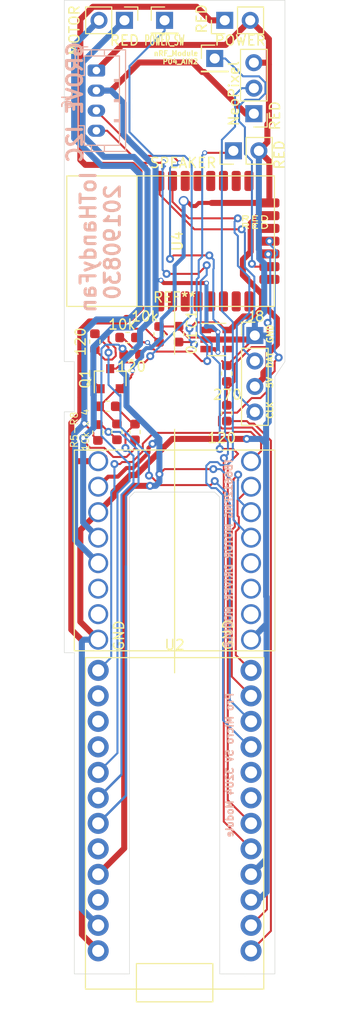
<source format=kicad_pcb>
(kicad_pcb (version 20171130) (host pcbnew 5.1.2-f72e74a~84~ubuntu18.04.1)

  (general
    (thickness 1.6)
    (drawings 41)
    (tracks 648)
    (zones 0)
    (modules 26)
    (nets 55)
  )

  (page A4)
  (layers
    (0 F.Cu signal)
    (31 B.Cu signal)
    (32 B.Adhes user)
    (33 F.Adhes user)
    (34 B.Paste user)
    (35 F.Paste user)
    (36 B.SilkS user)
    (37 F.SilkS user)
    (38 B.Mask user)
    (39 F.Mask user)
    (40 Dwgs.User user)
    (41 Cmts.User user)
    (42 Eco1.User user)
    (43 Eco2.User user)
    (44 Edge.Cuts user)
    (45 Margin user)
    (46 B.CrtYd user)
    (47 F.CrtYd user)
    (48 B.Fab user)
    (49 F.Fab user)
  )

  (setup
    (last_trace_width 0.25)
    (user_trace_width 0.2)
    (user_trace_width 0.4)
    (user_trace_width 0.6)
    (user_trace_width 1)
    (trace_clearance 0.2)
    (zone_clearance 0.508)
    (zone_45_only no)
    (trace_min 0.2)
    (via_size 0.8)
    (via_drill 0.4)
    (via_min_size 0.4)
    (via_min_drill 0.3)
    (user_via 0.5 0.3)
    (user_via 1 0.7)
    (uvia_size 0.3)
    (uvia_drill 0.1)
    (uvias_allowed no)
    (uvia_min_size 0.2)
    (uvia_min_drill 0.1)
    (edge_width 0.05)
    (segment_width 0.2)
    (pcb_text_width 0.3)
    (pcb_text_size 1.5 1.5)
    (mod_edge_width 0.12)
    (mod_text_size 1 1)
    (mod_text_width 0.15)
    (pad_size 7.4 7.4)
    (pad_drill 7.4)
    (pad_to_mask_clearance 0.051)
    (solder_mask_min_width 0.25)
    (aux_axis_origin 0 0)
    (visible_elements FFFFFF7F)
    (pcbplotparams
      (layerselection 0x010fc_ffffffff)
      (usegerberextensions false)
      (usegerberattributes false)
      (usegerberadvancedattributes false)
      (creategerberjobfile false)
      (excludeedgelayer true)
      (linewidth 0.100000)
      (plotframeref false)
      (viasonmask false)
      (mode 1)
      (useauxorigin false)
      (hpglpennumber 1)
      (hpglpenspeed 20)
      (hpglpendiameter 15.000000)
      (psnegative false)
      (psa4output false)
      (plotreference true)
      (plotvalue true)
      (plotinvisibletext false)
      (padsonsilk false)
      (subtractmaskfromsilk false)
      (outputformat 1)
      (mirror false)
      (drillshape 0)
      (scaleselection 1)
      (outputdirectory "PCBGOGO20190829"))
  )

  (net 0 "")
  (net 1 "Net-(J1-Pad1)")
  (net 2 Vdrive)
  (net 3 GND)
  (net 4 "Net-(J3-Pad1)")
  (net 5 "Net-(J3-Pad2)")
  (net 6 "Net-(J4-Pad1)")
  (net 7 +5V)
  (net 8 "Net-(J5-Pad2)")
  (net 9 "Net-(J6-Pad3)")
  (net 10 "Net-(J6-Pad4)")
  (net 11 "Net-(J7-Pad2)")
  (net 12 "Net-(J7-Pad3)")
  (net 13 "Net-(Q1-Pad1)")
  (net 14 "Net-(R1-Pad1)")
  (net 15 "Net-(R3-Pad1)")
  (net 16 "Net-(R4-Pad2)")
  (net 17 "Net-(R6-Pad2)")
  (net 18 "Net-(U1-Pad6)")
  (net 19 "Net-(U1-Pad7)")
  (net 20 "Net-(U1-Pad10)")
  (net 21 "Net-(U1-Pad11)")
  (net 22 "Net-(U1-Pad12)")
  (net 23 "Net-(U1-Pad14)")
  (net 24 "Net-(U1-Pad15)")
  (net 25 "Net-(U1-Pad16)")
  (net 26 "Net-(U2-Pad14)")
  (net 27 "Net-(U2-Pad15)")
  (net 28 "Net-(U2-Pad16)")
  (net 29 "Net-(U2-Pad20)")
  (net 30 "Net-(U2-Pad22)")
  (net 31 +3V3)
  (net 32 "Net-(J8-Pad4)")
  (net 33 "Net-(J8-Pad2)")
  (net 34 "Net-(J9-Pad1)")
  (net 35 "Net-(R10-Pad1)")
  (net 36 "Net-(U2-Pad7)")
  (net 37 "Net-(U2-Pad8)")
  (net 38 "Net-(U3-Pad4)")
  (net 39 "Net-(U4-Pad1)")
  (net 40 "Net-(U4-Pad2)")
  (net 41 "Net-(U4-Pad3)")
  (net 42 "Net-(U4-Pad4)")
  (net 43 "Net-(U4-Pad5)")
  (net 44 "Net-(U4-Pad6)")
  (net 45 "Net-(U4-Pad7)")
  (net 46 "Net-(U4-Pad21)")
  (net 47 "Net-(U4-Pad19)")
  (net 48 "Net-(U4-Pad17)")
  (net 49 "Net-(U4-Pad18)")
  (net 50 "Net-(U4-Pad20)")
  (net 51 "Net-(U4-Pad8)")
  (net 52 "Net-(U4-Pad16)")
  (net 53 "Net-(U4-Pad9)")
  (net 54 "Net-(U4-Pad13)")

  (net_class Default "This is the default net class."
    (clearance 0.2)
    (trace_width 0.25)
    (via_dia 0.8)
    (via_drill 0.4)
    (uvia_dia 0.3)
    (uvia_drill 0.1)
    (add_net +3V3)
    (add_net +5V)
    (add_net GND)
    (add_net "Net-(J1-Pad1)")
    (add_net "Net-(J3-Pad1)")
    (add_net "Net-(J3-Pad2)")
    (add_net "Net-(J4-Pad1)")
    (add_net "Net-(J5-Pad2)")
    (add_net "Net-(J6-Pad3)")
    (add_net "Net-(J6-Pad4)")
    (add_net "Net-(J7-Pad2)")
    (add_net "Net-(J7-Pad3)")
    (add_net "Net-(J8-Pad2)")
    (add_net "Net-(J8-Pad4)")
    (add_net "Net-(J9-Pad1)")
    (add_net "Net-(Q1-Pad1)")
    (add_net "Net-(R1-Pad1)")
    (add_net "Net-(R10-Pad1)")
    (add_net "Net-(R3-Pad1)")
    (add_net "Net-(R4-Pad2)")
    (add_net "Net-(R6-Pad2)")
    (add_net "Net-(U1-Pad10)")
    (add_net "Net-(U1-Pad11)")
    (add_net "Net-(U1-Pad12)")
    (add_net "Net-(U1-Pad14)")
    (add_net "Net-(U1-Pad15)")
    (add_net "Net-(U1-Pad16)")
    (add_net "Net-(U1-Pad6)")
    (add_net "Net-(U1-Pad7)")
    (add_net "Net-(U2-Pad14)")
    (add_net "Net-(U2-Pad15)")
    (add_net "Net-(U2-Pad16)")
    (add_net "Net-(U2-Pad20)")
    (add_net "Net-(U2-Pad22)")
    (add_net "Net-(U2-Pad7)")
    (add_net "Net-(U2-Pad8)")
    (add_net "Net-(U3-Pad4)")
    (add_net "Net-(U4-Pad1)")
    (add_net "Net-(U4-Pad13)")
    (add_net "Net-(U4-Pad16)")
    (add_net "Net-(U4-Pad17)")
    (add_net "Net-(U4-Pad18)")
    (add_net "Net-(U4-Pad19)")
    (add_net "Net-(U4-Pad2)")
    (add_net "Net-(U4-Pad20)")
    (add_net "Net-(U4-Pad21)")
    (add_net "Net-(U4-Pad3)")
    (add_net "Net-(U4-Pad4)")
    (add_net "Net-(U4-Pad5)")
    (add_net "Net-(U4-Pad6)")
    (add_net "Net-(U4-Pad7)")
    (add_net "Net-(U4-Pad8)")
    (add_net "Net-(U4-Pad9)")
    (add_net Vdrive)
  )

  (module library:SparkFun_Pro_Micro_32U4 (layer F.Cu) (tedit 5D5FAAA9) (tstamp 5D64E755)
    (at 100 143 180)
    (path /5D60FB42)
    (fp_text reference U2 (at 0 17.78) (layer F.SilkS)
      (effects (font (size 1 1) (thickness 0.15)))
    )
    (fp_text value SparkFun_Pro_Micro_328U4 (at 0 -19.05) (layer F.Fab)
      (effects (font (size 1 1) (thickness 0.15)))
    )
    (fp_line (start 8.89 -16.51) (end 8.89 16.51) (layer F.SilkS) (width 0.12))
    (fp_line (start 8.89 16.51) (end -8.89 16.51) (layer F.SilkS) (width 0.12))
    (fp_line (start -8.89 16.51) (end -8.89 -16.51) (layer F.SilkS) (width 0.12))
    (fp_line (start -8.89 -16.51) (end 8.89 -16.51) (layer F.SilkS) (width 0.12))
    (fp_line (start -3.81 -17.78) (end -3.81 -13.97) (layer F.SilkS) (width 0.12))
    (fp_line (start -3.81 -13.97) (end 3.81 -13.97) (layer F.SilkS) (width 0.12))
    (fp_line (start 3.81 -13.97) (end 3.81 -17.78) (layer F.SilkS) (width 0.12))
    (fp_line (start 3.81 -17.78) (end -3.81 -17.78) (layer F.SilkS) (width 0.12))
    (pad 1 thru_hole circle (at -7.62 -12.7 180) (size 2.1 2.1) (drill 1.2) (layers *.Cu *.Mask)
      (net 11 "Net-(J7-Pad2)"))
    (pad 2 thru_hole circle (at -7.62 -10.16 180) (size 2.1 2.1) (drill 1.2) (layers *.Cu *.Mask)
      (net 12 "Net-(J7-Pad3)"))
    (pad 3 thru_hole circle (at -7.62 -7.62 180) (size 2.1 2.1) (drill 1.2) (layers *.Cu *.Mask)
      (net 3 GND))
    (pad 4 thru_hole circle (at -7.62 -5.08 180) (size 2.1 2.1) (drill 1.2) (layers *.Cu *.Mask)
      (net 3 GND))
    (pad 5 thru_hole circle (at -7.62 -2.54 180) (size 2.1 2.1) (drill 1.2) (layers *.Cu *.Mask)
      (net 9 "Net-(J6-Pad3)"))
    (pad 6 thru_hole circle (at -7.62 0 180) (size 2.1 2.1) (drill 1.2) (layers *.Cu *.Mask)
      (net 10 "Net-(J6-Pad4)"))
    (pad 7 thru_hole circle (at -7.62 2.54 180) (size 2.1 2.1) (drill 1.2) (layers *.Cu *.Mask)
      (net 36 "Net-(U2-Pad7)"))
    (pad 8 thru_hole circle (at -7.62 5.08 180) (size 2.1 2.1) (drill 1.2) (layers *.Cu *.Mask)
      (net 37 "Net-(U2-Pad8)"))
    (pad 9 thru_hole circle (at -7.62 7.62 180) (size 2.1 2.1) (drill 1.2) (layers *.Cu *.Mask)
      (net 8 "Net-(J5-Pad2)"))
    (pad 10 thru_hole circle (at -7.62 10.16 180) (size 2.1 2.1) (drill 1.2) (layers *.Cu *.Mask)
      (net 14 "Net-(R1-Pad1)"))
    (pad 11 thru_hole circle (at -7.62 12.7 180) (size 2.1 2.1) (drill 1.2) (layers *.Cu *.Mask)
      (net 23 "Net-(U1-Pad14)"))
    (pad 12 thru_hole circle (at -7.62 15.24 180) (size 2.1 2.1) (drill 1.2) (layers *.Cu *.Mask)
      (net 24 "Net-(U1-Pad15)"))
    (pad 13 thru_hole circle (at 7.62 15.24 180) (size 2.1 2.1) (drill 1.2) (layers *.Cu *.Mask)
      (net 25 "Net-(U1-Pad16)"))
    (pad 14 thru_hole circle (at 7.62 12.7 180) (size 2.1 2.1) (drill 1.2) (layers *.Cu *.Mask)
      (net 26 "Net-(U2-Pad14)"))
    (pad 15 thru_hole circle (at 7.62 10.16 180) (size 2.1 2.1) (drill 1.2) (layers *.Cu *.Mask)
      (net 27 "Net-(U2-Pad15)"))
    (pad 16 thru_hole circle (at 7.62 7.62 180) (size 2.1 2.1) (drill 1.2) (layers *.Cu *.Mask)
      (net 28 "Net-(U2-Pad16)"))
    (pad 17 thru_hole circle (at 7.62 5.08 180) (size 2.1 2.1) (drill 1.2) (layers *.Cu *.Mask)
      (net 15 "Net-(R3-Pad1)"))
    (pad 18 thru_hole circle (at 7.62 2.54 180) (size 2.1 2.1) (drill 1.2) (layers *.Cu *.Mask)
      (net 16 "Net-(R4-Pad2)"))
    (pad 19 thru_hole circle (at 7.62 0 180) (size 2.1 2.1) (drill 1.2) (layers *.Cu *.Mask)
      (net 17 "Net-(R6-Pad2)"))
    (pad 20 thru_hole circle (at 7.62 -2.54 180) (size 2.1 2.1) (drill 1.2) (layers *.Cu *.Mask)
      (net 29 "Net-(U2-Pad20)"))
    (pad 21 thru_hole circle (at 7.62 -5.08 180) (size 2.1 2.1) (drill 1.2) (layers *.Cu *.Mask)
      (net 7 +5V))
    (pad 22 thru_hole circle (at 7.62 -7.62 180) (size 2.1 2.1) (drill 1.2) (layers *.Cu *.Mask)
      (net 30 "Net-(U2-Pad22)"))
    (pad 23 thru_hole circle (at 7.62 -10.16 180) (size 2.1 2.1) (drill 1.2) (layers *.Cu *.Mask)
      (net 3 GND))
    (pad 24 thru_hole circle (at 7.62 -12.7 180) (size 2.1 2.1) (drill 1.2) (layers *.Cu *.Mask)
      (net 2 Vdrive))
  )

  (module MountingHole:MountingHole_8.4mm_M8 (layer F.Cu) (tedit 56D1B4CB) (tstamp 5D601CC6)
    (at 100 72)
    (descr "Mounting Hole 8.4mm, no annular, M8")
    (tags "mounting hole 8.4mm no annular m8")
    (attr virtual)
    (fp_text reference REF** (at 0 -9.4) (layer F.SilkS) hide
      (effects (font (size 1 1) (thickness 0.15)))
    )
    (fp_text value MountingHole_8.4mm_M8 (at 0 9.4) (layer F.Fab)
      (effects (font (size 1 1) (thickness 0.15)))
    )
    (fp_text user %R (at 0.3 0) (layer F.Fab)
      (effects (font (size 1 1) (thickness 0.15)))
    )
    (fp_circle (center 0 0) (end 8.4 0) (layer Cmts.User) (width 0.15))
    (fp_circle (center 0 0) (end 8.65 0) (layer F.CrtYd) (width 0.05))
    (pad 1 np_thru_hole circle (at 0 0) (size 8.4 8.4) (drill 8.4) (layers *.Cu *.Mask))
  )

  (module MountingHole:MountingHole_8.4mm_M8 (layer F.Cu) (tedit 5D64E635) (tstamp 5D60132E)
    (at 100 100)
    (descr "Mounting Hole 8.4mm, no annular, M8")
    (tags "mounting hole 8.4mm no annular m8")
    (attr virtual)
    (fp_text reference REF** (at 0 -9.4) (layer F.SilkS)
      (effects (font (size 1 1) (thickness 0.15)))
    )
    (fp_text value MountingHole_8.4mm_M8 (at 0 9.4) (layer F.Fab)
      (effects (font (size 1 1) (thickness 0.15)))
    )
    (fp_circle (center 0 0) (end 8.65 0) (layer F.CrtYd) (width 0.05))
    (fp_circle (center 0 0) (end 8.4 0) (layer Cmts.User) (width 0.15))
    (fp_text user %R (at 0.3 0) (layer F.Fab)
      (effects (font (size 1 1) (thickness 0.15)))
    )
    (pad "" np_thru_hole circle (at 0 0) (size 7.4 7.4) (drill 7.4) (layers *.Cu *.Mask))
  )

  (module Connector_PinHeader_2.54mm:PinHeader_1x01_P2.54mm_Vertical (layer F.Cu) (tedit 59FED5CC) (tstamp 5D601E6D)
    (at 99 63)
    (descr "Through hole straight pin header, 1x01, 2.54mm pitch, single row")
    (tags "Through hole pin header THT 1x01 2.54mm single row")
    (path /5D5FA4B1)
    (fp_text reference J1 (at 0 -2.33) (layer F.SilkS) hide
      (effects (font (size 1 1) (thickness 0.15)))
    )
    (fp_text value POWER_SW (at 0 2) (layer F.SilkS)
      (effects (font (size 1 0.5) (thickness 0.125)))
    )
    (fp_line (start -0.635 -1.27) (end 1.27 -1.27) (layer F.Fab) (width 0.1))
    (fp_line (start 1.27 -1.27) (end 1.27 1.27) (layer F.Fab) (width 0.1))
    (fp_line (start 1.27 1.27) (end -1.27 1.27) (layer F.Fab) (width 0.1))
    (fp_line (start -1.27 1.27) (end -1.27 -0.635) (layer F.Fab) (width 0.1))
    (fp_line (start -1.27 -0.635) (end -0.635 -1.27) (layer F.Fab) (width 0.1))
    (fp_line (start -1.33 1.33) (end 1.33 1.33) (layer F.SilkS) (width 0.12))
    (fp_line (start -1.33 1.27) (end -1.33 1.33) (layer F.SilkS) (width 0.12))
    (fp_line (start 1.33 1.27) (end 1.33 1.33) (layer F.SilkS) (width 0.12))
    (fp_line (start -1.33 1.27) (end 1.33 1.27) (layer F.SilkS) (width 0.12))
    (fp_line (start -1.33 0) (end -1.33 -1.33) (layer F.SilkS) (width 0.12))
    (fp_line (start -1.33 -1.33) (end 0 -1.33) (layer F.SilkS) (width 0.12))
    (fp_line (start -1.8 -1.8) (end -1.8 1.8) (layer F.CrtYd) (width 0.05))
    (fp_line (start -1.8 1.8) (end 1.8 1.8) (layer F.CrtYd) (width 0.05))
    (fp_line (start 1.8 1.8) (end 1.8 -1.8) (layer F.CrtYd) (width 0.05))
    (fp_line (start 1.8 -1.8) (end -1.8 -1.8) (layer F.CrtYd) (width 0.05))
    (fp_text user %R (at 0 0 90) (layer F.Fab)
      (effects (font (size 1 1) (thickness 0.15)))
    )
    (pad 1 thru_hole rect (at 0 0) (size 1.7 1.7) (drill 1) (layers *.Cu *.Mask)
      (net 1 "Net-(J1-Pad1)"))
    (model ${KISYS3DMOD}/Connector_PinHeader_2.54mm.3dshapes/PinHeader_1x01_P2.54mm_Vertical.wrl
      (at (xyz 0 0 0))
      (scale (xyz 1 1 1))
      (rotate (xyz 0 0 0))
    )
  )

  (module Connector_PinHeader_2.54mm:PinHeader_1x02_P2.54mm_Vertical (layer F.Cu) (tedit 59FED5CC) (tstamp 5D6016B1)
    (at 105 63 90)
    (descr "Through hole straight pin header, 1x02, 2.54mm pitch, single row")
    (tags "Through hole pin header THT 1x02 2.54mm single row")
    (path /5D5FAF4B)
    (fp_text reference J2 (at 0 -2.33 90) (layer F.SilkS) hide
      (effects (font (size 1 1) (thickness 0.15)))
    )
    (fp_text value POWER (at -2 1.54 180) (layer F.SilkS)
      (effects (font (size 1 1) (thickness 0.15)))
    )
    (fp_line (start -0.635 -1.27) (end 1.27 -1.27) (layer F.Fab) (width 0.1))
    (fp_line (start 1.27 -1.27) (end 1.27 3.81) (layer F.Fab) (width 0.1))
    (fp_line (start 1.27 3.81) (end -1.27 3.81) (layer F.Fab) (width 0.1))
    (fp_line (start -1.27 3.81) (end -1.27 -0.635) (layer F.Fab) (width 0.1))
    (fp_line (start -1.27 -0.635) (end -0.635 -1.27) (layer F.Fab) (width 0.1))
    (fp_line (start -1.33 3.87) (end 1.33 3.87) (layer F.SilkS) (width 0.12))
    (fp_line (start -1.33 1.27) (end -1.33 3.87) (layer F.SilkS) (width 0.12))
    (fp_line (start 1.33 1.27) (end 1.33 3.87) (layer F.SilkS) (width 0.12))
    (fp_line (start -1.33 1.27) (end 1.33 1.27) (layer F.SilkS) (width 0.12))
    (fp_line (start -1.33 0) (end -1.33 -1.33) (layer F.SilkS) (width 0.12))
    (fp_line (start -1.33 -1.33) (end 0 -1.33) (layer F.SilkS) (width 0.12))
    (fp_line (start -1.8 -1.8) (end -1.8 4.35) (layer F.CrtYd) (width 0.05))
    (fp_line (start -1.8 4.35) (end 1.8 4.35) (layer F.CrtYd) (width 0.05))
    (fp_line (start 1.8 4.35) (end 1.8 -1.8) (layer F.CrtYd) (width 0.05))
    (fp_line (start 1.8 -1.8) (end -1.8 -1.8) (layer F.CrtYd) (width 0.05))
    (fp_text user %R (at 0 1.27) (layer F.Fab)
      (effects (font (size 1 1) (thickness 0.15)))
    )
    (pad 1 thru_hole rect (at 0 0 90) (size 1.7 1.7) (drill 1) (layers *.Cu *.Mask)
      (net 2 Vdrive))
    (pad 2 thru_hole oval (at 0 2.54 90) (size 1.7 1.7) (drill 1) (layers *.Cu *.Mask)
      (net 3 GND))
    (model ${KISYS3DMOD}/Connector_PinHeader_2.54mm.3dshapes/PinHeader_1x02_P2.54mm_Vertical.wrl
      (at (xyz 0 0 0))
      (scale (xyz 1 1 1))
      (rotate (xyz 0 0 0))
    )
  )

  (module Connector_PinHeader_2.54mm:PinHeader_1x02_P2.54mm_Vertical (layer F.Cu) (tedit 59FED5CC) (tstamp 5D6016C7)
    (at 95 63 270)
    (descr "Through hole straight pin header, 1x02, 2.54mm pitch, single row")
    (tags "Through hole pin header THT 1x02 2.54mm single row")
    (path /5D5FB76C)
    (fp_text reference J3 (at 0 -2.33 90) (layer F.SilkS) hide
      (effects (font (size 1 1) (thickness 0.15)))
    )
    (fp_text value MOTOR (at 1 5 90) (layer F.SilkS)
      (effects (font (size 1 1) (thickness 0.15)))
    )
    (fp_line (start -0.635 -1.27) (end 1.27 -1.27) (layer F.Fab) (width 0.1))
    (fp_line (start 1.27 -1.27) (end 1.27 3.81) (layer F.Fab) (width 0.1))
    (fp_line (start 1.27 3.81) (end -1.27 3.81) (layer F.Fab) (width 0.1))
    (fp_line (start -1.27 3.81) (end -1.27 -0.635) (layer F.Fab) (width 0.1))
    (fp_line (start -1.27 -0.635) (end -0.635 -1.27) (layer F.Fab) (width 0.1))
    (fp_line (start -1.33 3.87) (end 1.33 3.87) (layer F.SilkS) (width 0.12))
    (fp_line (start -1.33 1.27) (end -1.33 3.87) (layer F.SilkS) (width 0.12))
    (fp_line (start 1.33 1.27) (end 1.33 3.87) (layer F.SilkS) (width 0.12))
    (fp_line (start -1.33 1.27) (end 1.33 1.27) (layer F.SilkS) (width 0.12))
    (fp_line (start -1.33 0) (end -1.33 -1.33) (layer F.SilkS) (width 0.12))
    (fp_line (start -1.33 -1.33) (end 0 -1.33) (layer F.SilkS) (width 0.12))
    (fp_line (start -1.8 -1.8) (end -1.8 4.35) (layer F.CrtYd) (width 0.05))
    (fp_line (start -1.8 4.35) (end 1.8 4.35) (layer F.CrtYd) (width 0.05))
    (fp_line (start 1.8 4.35) (end 1.8 -1.8) (layer F.CrtYd) (width 0.05))
    (fp_line (start 1.8 -1.8) (end -1.8 -1.8) (layer F.CrtYd) (width 0.05))
    (fp_text user %R (at 0 1.27) (layer F.Fab)
      (effects (font (size 1 1) (thickness 0.15)))
    )
    (pad 1 thru_hole rect (at 0 0 270) (size 1.7 1.7) (drill 1) (layers *.Cu *.Mask)
      (net 4 "Net-(J3-Pad1)"))
    (pad 2 thru_hole oval (at 0 2.54 270) (size 1.7 1.7) (drill 1) (layers *.Cu *.Mask)
      (net 5 "Net-(J3-Pad2)"))
    (model ${KISYS3DMOD}/Connector_PinHeader_2.54mm.3dshapes/PinHeader_1x02_P2.54mm_Vertical.wrl
      (at (xyz 0 0 0))
      (scale (xyz 1 1 1))
      (rotate (xyz 0 0 0))
    )
  )

  (module Connector_PinHeader_2.54mm:PinHeader_1x02_P2.54mm_Vertical (layer F.Cu) (tedit 59FED5CC) (tstamp 5D6016DD)
    (at 105.86 76 90)
    (descr "Through hole straight pin header, 1x02, 2.54mm pitch, single row")
    (tags "Through hole pin header THT 1x02 2.54mm single row")
    (path /5D5FBFD2)
    (fp_text reference J4 (at 0 -2.33 90) (layer F.SilkS) hide
      (effects (font (size 1 1) (thickness 0.15)))
    )
    (fp_text value SPEAKER (at -1.2 -5.01) (layer F.SilkS)
      (effects (font (size 1 1) (thickness 0.15)))
    )
    (fp_text user %R (at 0 1.27) (layer F.Fab)
      (effects (font (size 1 1) (thickness 0.15)))
    )
    (fp_line (start 1.8 -1.8) (end -1.8 -1.8) (layer F.CrtYd) (width 0.05))
    (fp_line (start 1.8 4.35) (end 1.8 -1.8) (layer F.CrtYd) (width 0.05))
    (fp_line (start -1.8 4.35) (end 1.8 4.35) (layer F.CrtYd) (width 0.05))
    (fp_line (start -1.8 -1.8) (end -1.8 4.35) (layer F.CrtYd) (width 0.05))
    (fp_line (start -1.33 -1.33) (end 0 -1.33) (layer F.SilkS) (width 0.12))
    (fp_line (start -1.33 0) (end -1.33 -1.33) (layer F.SilkS) (width 0.12))
    (fp_line (start -1.33 1.27) (end 1.33 1.27) (layer F.SilkS) (width 0.12))
    (fp_line (start 1.33 1.27) (end 1.33 3.87) (layer F.SilkS) (width 0.12))
    (fp_line (start -1.33 1.27) (end -1.33 3.87) (layer F.SilkS) (width 0.12))
    (fp_line (start -1.33 3.87) (end 1.33 3.87) (layer F.SilkS) (width 0.12))
    (fp_line (start -1.27 -0.635) (end -0.635 -1.27) (layer F.Fab) (width 0.1))
    (fp_line (start -1.27 3.81) (end -1.27 -0.635) (layer F.Fab) (width 0.1))
    (fp_line (start 1.27 3.81) (end -1.27 3.81) (layer F.Fab) (width 0.1))
    (fp_line (start 1.27 -1.27) (end 1.27 3.81) (layer F.Fab) (width 0.1))
    (fp_line (start -0.635 -1.27) (end 1.27 -1.27) (layer F.Fab) (width 0.1))
    (pad 2 thru_hole oval (at 0 2.54 90) (size 1.7 1.7) (drill 1) (layers *.Cu *.Mask)
      (net 3 GND))
    (pad 1 thru_hole rect (at 0 0 90) (size 1.7 1.7) (drill 1) (layers *.Cu *.Mask)
      (net 6 "Net-(J4-Pad1)"))
    (model ${KISYS3DMOD}/Connector_PinHeader_2.54mm.3dshapes/PinHeader_1x02_P2.54mm_Vertical.wrl
      (at (xyz 0 0 0))
      (scale (xyz 1 1 1))
      (rotate (xyz 0 0 0))
    )
  )

  (module Connector_PinHeader_2.54mm:PinHeader_1x03_P2.54mm_Vertical (layer F.Cu) (tedit 59FED5CC) (tstamp 5D6016F4)
    (at 107.9 72.3 180)
    (descr "Through hole straight pin header, 1x03, 2.54mm pitch, single row")
    (tags "Through hole pin header THT 1x03 2.54mm single row")
    (path /5D5FF765)
    (fp_text reference J5 (at 0 -2.33) (layer F.SilkS) hide
      (effects (font (size 1 1) (thickness 0.15)))
    )
    (fp_text value NeoPixel (at 2 2 90) (layer F.SilkS)
      (effects (font (size 1 1) (thickness 0.15)))
    )
    (fp_line (start -0.635 -1.27) (end 1.27 -1.27) (layer F.Fab) (width 0.1))
    (fp_line (start 1.27 -1.27) (end 1.27 6.35) (layer F.Fab) (width 0.1))
    (fp_line (start 1.27 6.35) (end -1.27 6.35) (layer F.Fab) (width 0.1))
    (fp_line (start -1.27 6.35) (end -1.27 -0.635) (layer F.Fab) (width 0.1))
    (fp_line (start -1.27 -0.635) (end -0.635 -1.27) (layer F.Fab) (width 0.1))
    (fp_line (start -1.33 6.41) (end 1.33 6.41) (layer F.SilkS) (width 0.12))
    (fp_line (start -1.33 1.27) (end -1.33 6.41) (layer F.SilkS) (width 0.12))
    (fp_line (start 1.33 1.27) (end 1.33 6.41) (layer F.SilkS) (width 0.12))
    (fp_line (start -1.33 1.27) (end 1.33 1.27) (layer F.SilkS) (width 0.12))
    (fp_line (start -1.33 0) (end -1.33 -1.33) (layer F.SilkS) (width 0.12))
    (fp_line (start -1.33 -1.33) (end 0 -1.33) (layer F.SilkS) (width 0.12))
    (fp_line (start -1.8 -1.8) (end -1.8 6.85) (layer F.CrtYd) (width 0.05))
    (fp_line (start -1.8 6.85) (end 1.8 6.85) (layer F.CrtYd) (width 0.05))
    (fp_line (start 1.8 6.85) (end 1.8 -1.8) (layer F.CrtYd) (width 0.05))
    (fp_line (start 1.8 -1.8) (end -1.8 -1.8) (layer F.CrtYd) (width 0.05))
    (fp_text user %R (at 0 2.54 90) (layer F.Fab)
      (effects (font (size 1 1) (thickness 0.15)))
    )
    (pad 1 thru_hole rect (at 0 0 180) (size 1.7 1.7) (drill 1) (layers *.Cu *.Mask)
      (net 7 +5V))
    (pad 2 thru_hole oval (at 0 2.54 180) (size 1.7 1.7) (drill 1) (layers *.Cu *.Mask)
      (net 8 "Net-(J5-Pad2)"))
    (pad 3 thru_hole oval (at 0 5.08 180) (size 1.7 1.7) (drill 1) (layers *.Cu *.Mask)
      (net 3 GND))
    (model ${KISYS3DMOD}/Connector_PinHeader_2.54mm.3dshapes/PinHeader_1x03_P2.54mm_Vertical.wrl
      (at (xyz 0 0 0))
      (scale (xyz 1 1 1))
      (rotate (xyz 0 0 0))
    )
  )

  (module Connector_JST:JST_PH_B4B-PH-K_1x04_P2.00mm_Vertical (layer B.Cu) (tedit 5B7745C2) (tstamp 5D601728)
    (at 92.2 68 270)
    (descr "JST PH series connector, B4B-PH-K (http://www.jst-mfg.com/product/pdf/eng/ePH.pdf), generated with kicad-footprint-generator")
    (tags "connector JST PH side entry")
    (path /5D731ADB)
    (fp_text reference J6 (at 3 2.9 270) (layer B.SilkS)
      (effects (font (size 1 1) (thickness 0.15)) (justify mirror))
    )
    (fp_text value Conn_01x04_Male (at 3 -4 270) (layer B.Fab)
      (effects (font (size 1 1) (thickness 0.15)) (justify mirror))
    )
    (fp_line (start -2.06 1.81) (end -2.06 -2.91) (layer B.SilkS) (width 0.12))
    (fp_line (start -2.06 -2.91) (end 8.06 -2.91) (layer B.SilkS) (width 0.12))
    (fp_line (start 8.06 -2.91) (end 8.06 1.81) (layer B.SilkS) (width 0.12))
    (fp_line (start 8.06 1.81) (end -2.06 1.81) (layer B.SilkS) (width 0.12))
    (fp_line (start -0.3 1.81) (end -0.3 2.01) (layer B.SilkS) (width 0.12))
    (fp_line (start -0.3 2.01) (end -0.6 2.01) (layer B.SilkS) (width 0.12))
    (fp_line (start -0.6 2.01) (end -0.6 1.81) (layer B.SilkS) (width 0.12))
    (fp_line (start -0.3 1.91) (end -0.6 1.91) (layer B.SilkS) (width 0.12))
    (fp_line (start 0.5 1.81) (end 0.5 1.2) (layer B.SilkS) (width 0.12))
    (fp_line (start 0.5 1.2) (end -1.45 1.2) (layer B.SilkS) (width 0.12))
    (fp_line (start -1.45 1.2) (end -1.45 -2.3) (layer B.SilkS) (width 0.12))
    (fp_line (start -1.45 -2.3) (end 7.45 -2.3) (layer B.SilkS) (width 0.12))
    (fp_line (start 7.45 -2.3) (end 7.45 1.2) (layer B.SilkS) (width 0.12))
    (fp_line (start 7.45 1.2) (end 5.5 1.2) (layer B.SilkS) (width 0.12))
    (fp_line (start 5.5 1.2) (end 5.5 1.81) (layer B.SilkS) (width 0.12))
    (fp_line (start -2.06 0.5) (end -1.45 0.5) (layer B.SilkS) (width 0.12))
    (fp_line (start -2.06 -0.8) (end -1.45 -0.8) (layer B.SilkS) (width 0.12))
    (fp_line (start 8.06 0.5) (end 7.45 0.5) (layer B.SilkS) (width 0.12))
    (fp_line (start 8.06 -0.8) (end 7.45 -0.8) (layer B.SilkS) (width 0.12))
    (fp_line (start 0.9 -2.3) (end 0.9 -1.8) (layer B.SilkS) (width 0.12))
    (fp_line (start 0.9 -1.8) (end 1.1 -1.8) (layer B.SilkS) (width 0.12))
    (fp_line (start 1.1 -1.8) (end 1.1 -2.3) (layer B.SilkS) (width 0.12))
    (fp_line (start 1 -2.3) (end 1 -1.8) (layer B.SilkS) (width 0.12))
    (fp_line (start 2.9 -2.3) (end 2.9 -1.8) (layer B.SilkS) (width 0.12))
    (fp_line (start 2.9 -1.8) (end 3.1 -1.8) (layer B.SilkS) (width 0.12))
    (fp_line (start 3.1 -1.8) (end 3.1 -2.3) (layer B.SilkS) (width 0.12))
    (fp_line (start 3 -2.3) (end 3 -1.8) (layer B.SilkS) (width 0.12))
    (fp_line (start 4.9 -2.3) (end 4.9 -1.8) (layer B.SilkS) (width 0.12))
    (fp_line (start 4.9 -1.8) (end 5.1 -1.8) (layer B.SilkS) (width 0.12))
    (fp_line (start 5.1 -1.8) (end 5.1 -2.3) (layer B.SilkS) (width 0.12))
    (fp_line (start 5 -2.3) (end 5 -1.8) (layer B.SilkS) (width 0.12))
    (fp_line (start -1.11 2.11) (end -2.36 2.11) (layer B.SilkS) (width 0.12))
    (fp_line (start -2.36 2.11) (end -2.36 0.86) (layer B.SilkS) (width 0.12))
    (fp_line (start -1.11 2.11) (end -2.36 2.11) (layer B.Fab) (width 0.1))
    (fp_line (start -2.36 2.11) (end -2.36 0.86) (layer B.Fab) (width 0.1))
    (fp_line (start -1.95 1.7) (end -1.95 -2.8) (layer B.Fab) (width 0.1))
    (fp_line (start -1.95 -2.8) (end 7.95 -2.8) (layer B.Fab) (width 0.1))
    (fp_line (start 7.95 -2.8) (end 7.95 1.7) (layer B.Fab) (width 0.1))
    (fp_line (start 7.95 1.7) (end -1.95 1.7) (layer B.Fab) (width 0.1))
    (fp_line (start -2.45 2.2) (end -2.45 -3.3) (layer B.CrtYd) (width 0.05))
    (fp_line (start -2.45 -3.3) (end 8.45 -3.3) (layer B.CrtYd) (width 0.05))
    (fp_line (start 8.45 -3.3) (end 8.45 2.2) (layer B.CrtYd) (width 0.05))
    (fp_line (start 8.45 2.2) (end -2.45 2.2) (layer B.CrtYd) (width 0.05))
    (fp_text user %R (at 3 -1.5 270) (layer B.Fab)
      (effects (font (size 1 1) (thickness 0.15)) (justify mirror))
    )
    (pad 1 thru_hole roundrect (at 0 0 270) (size 1.2 1.75) (drill 0.75) (layers *.Cu *.Mask) (roundrect_rratio 0.208333)
      (net 3 GND))
    (pad 2 thru_hole oval (at 2 0 270) (size 1.2 1.75) (drill 0.75) (layers *.Cu *.Mask)
      (net 7 +5V))
    (pad 3 thru_hole oval (at 4 0 270) (size 1.2 1.75) (drill 0.75) (layers *.Cu *.Mask)
      (net 9 "Net-(J6-Pad3)"))
    (pad 4 thru_hole oval (at 6 0 270) (size 1.2 1.75) (drill 0.75) (layers *.Cu *.Mask)
      (net 10 "Net-(J6-Pad4)"))
    (model ${KISYS3DMOD}/Connector_JST.3dshapes/JST_PH_B4B-PH-K_1x04_P2.00mm_Vertical.wrl
      (at (xyz 0 0 0))
      (scale (xyz 1 1 1))
      (rotate (xyz 0 0 0))
    )
  )

  (module library:SparkFun_TB6612FNG_MOTOR_DRIVER_MODULE (layer F.Cu) (tedit 5D5FB75B) (tstamp 5D64EB26)
    (at 100 115.81)
    (path /5D629840)
    (fp_text reference U1 (at 0 -11.43) (layer F.SilkS) hide
      (effects (font (size 1 1) (thickness 0.15)))
    )
    (fp_text value SparkFun_TB6612FNG_MOTOR_DRIVER_MODULE (at 0 11.43) (layer F.Fab)
      (effects (font (size 1 1) (thickness 0.15)))
    )
    (fp_line (start -10 0) (end -10 -10) (layer F.SilkS) (width 0.12))
    (fp_line (start -10 -10) (end 10 -10) (layer F.SilkS) (width 0.12))
    (fp_line (start 10 -10) (end 10 10) (layer F.SilkS) (width 0.12))
    (fp_line (start 10 10) (end -10 10) (layer F.SilkS) (width 0.12))
    (fp_line (start -10 10) (end -10 0) (layer F.SilkS) (width 0.12))
    (pad 1 thru_hole oval (at -7.62 -8.89) (size 2 2) (drill 1.5) (layers *.Cu *.Mask)
      (net 2 Vdrive))
    (pad 2 thru_hole oval (at -7.62 -6.35) (size 2 2) (drill 1.5) (layers *.Cu *.Mask)
      (net 7 +5V))
    (pad 3 thru_hole oval (at -7.62 -3.81) (size 2 2) (drill 1.5) (layers *.Cu *.Mask)
      (net 3 GND))
    (pad 4 thru_hole oval (at -7.62 -1.27) (size 2 2) (drill 1.5) (layers *.Cu *.Mask)
      (net 4 "Net-(J3-Pad1)"))
    (pad 5 thru_hole oval (at -7.62 1.27) (size 2 2) (drill 1.5) (layers *.Cu *.Mask)
      (net 5 "Net-(J3-Pad2)"))
    (pad 6 thru_hole oval (at -7.62 3.81) (size 2 2) (drill 1.5) (layers *.Cu *.Mask)
      (net 18 "Net-(U1-Pad6)"))
    (pad 7 thru_hole oval (at -7.62 6.35) (size 2 2) (drill 1.5) (layers *.Cu *.Mask)
      (net 19 "Net-(U1-Pad7)"))
    (pad 8 thru_hole oval (at -7.62 8.89) (size 2 2) (drill 1.5) (layers *.Cu *.Mask)
      (net 3 GND))
    (pad 9 thru_hole oval (at 7.62 8.89) (size 2 2) (drill 1.5) (layers *.Cu *.Mask)
      (net 3 GND))
    (pad 10 thru_hole oval (at 7.62 6.35) (size 2 2) (drill 1.5) (layers *.Cu *.Mask)
      (net 20 "Net-(U1-Pad10)"))
    (pad 11 thru_hole oval (at 7.62 3.81) (size 2 2) (drill 1.5) (layers *.Cu *.Mask)
      (net 21 "Net-(U1-Pad11)"))
    (pad 12 thru_hole oval (at 7.62 1.27) (size 2 2) (drill 1.5) (layers *.Cu *.Mask)
      (net 22 "Net-(U1-Pad12)"))
    (pad 13 thru_hole oval (at 7.62 -1.27) (size 2 2) (drill 1.5) (layers *.Cu *.Mask)
      (net 7 +5V))
    (pad 14 thru_hole oval (at 7.62 -3.81) (size 2 2) (drill 1.5) (layers *.Cu *.Mask)
      (net 23 "Net-(U1-Pad14)"))
    (pad 15 thru_hole oval (at 7.62 -6.35) (size 2 2) (drill 1.5) (layers *.Cu *.Mask)
      (net 24 "Net-(U1-Pad15)"))
    (pad 16 thru_hole oval (at 7.62 -8.89) (size 2 2) (drill 1.5) (layers *.Cu *.Mask)
      (net 25 "Net-(U1-Pad16)"))
  )

  (module Package_TO_SOT_SMD:SOT-23 (layer F.Cu) (tedit 5A02FF57) (tstamp 5D5FCA22)
    (at 93.575 98.7 90)
    (descr "SOT-23, Standard")
    (tags SOT-23)
    (path /5D604FB8)
    (attr smd)
    (fp_text reference Q1 (at 0 -2.5 90) (layer F.SilkS)
      (effects (font (size 1 1) (thickness 0.15)))
    )
    (fp_text value Q_NMOS_GSD (at 0 2.5 90) (layer F.Fab)
      (effects (font (size 1 1) (thickness 0.15)))
    )
    (fp_text user %R (at 0 0) (layer F.Fab)
      (effects (font (size 0.5 0.5) (thickness 0.075)))
    )
    (fp_line (start -0.7 -0.95) (end -0.7 1.5) (layer F.Fab) (width 0.1))
    (fp_line (start -0.15 -1.52) (end 0.7 -1.52) (layer F.Fab) (width 0.1))
    (fp_line (start -0.7 -0.95) (end -0.15 -1.52) (layer F.Fab) (width 0.1))
    (fp_line (start 0.7 -1.52) (end 0.7 1.52) (layer F.Fab) (width 0.1))
    (fp_line (start -0.7 1.52) (end 0.7 1.52) (layer F.Fab) (width 0.1))
    (fp_line (start 0.76 1.58) (end 0.76 0.65) (layer F.SilkS) (width 0.12))
    (fp_line (start 0.76 -1.58) (end 0.76 -0.65) (layer F.SilkS) (width 0.12))
    (fp_line (start -1.7 -1.75) (end 1.7 -1.75) (layer F.CrtYd) (width 0.05))
    (fp_line (start 1.7 -1.75) (end 1.7 1.75) (layer F.CrtYd) (width 0.05))
    (fp_line (start 1.7 1.75) (end -1.7 1.75) (layer F.CrtYd) (width 0.05))
    (fp_line (start -1.7 1.75) (end -1.7 -1.75) (layer F.CrtYd) (width 0.05))
    (fp_line (start 0.76 -1.58) (end -1.4 -1.58) (layer F.SilkS) (width 0.12))
    (fp_line (start 0.76 1.58) (end -0.7 1.58) (layer F.SilkS) (width 0.12))
    (pad 1 smd rect (at -1 -0.95 90) (size 0.9 0.8) (layers F.Cu F.Paste F.Mask)
      (net 13 "Net-(Q1-Pad1)"))
    (pad 2 smd rect (at -1 0.95 90) (size 0.9 0.8) (layers F.Cu F.Paste F.Mask)
      (net 3 GND))
    (pad 3 smd rect (at 1 0 90) (size 0.9 0.8) (layers F.Cu F.Paste F.Mask)
      (net 1 "Net-(J1-Pad1)"))
    (model ${KISYS3DMOD}/Package_TO_SOT_SMD.3dshapes/SOT-23.wrl
      (at (xyz 0 0 0))
      (scale (xyz 1 1 1))
      (rotate (xyz 0 0 0))
    )
  )

  (module Capacitor_SMD:C_0603_1608Metric (layer F.Cu) (tedit 5B301BBE) (tstamp 5D665F64)
    (at 100.4 94.2625 90)
    (descr "Capacitor SMD 0603 (1608 Metric), square (rectangular) end terminal, IPC_7351 nominal, (Body size source: http://www.tortai-tech.com/upload/download/2011102023233369053.pdf), generated with kicad-footprint-generator")
    (tags capacitor)
    (path /5D71E73C)
    (attr smd)
    (fp_text reference C1 (at 1.4625 1.3 90) (layer F.SilkS)
      (effects (font (size 1 1) (thickness 0.15)))
    )
    (fp_text value 0.1 (at -0.8375 1.3 90) (layer F.SilkS)
      (effects (font (size 1 1) (thickness 0.15)))
    )
    (fp_line (start -0.8 0.4) (end -0.8 -0.4) (layer F.Fab) (width 0.1))
    (fp_line (start -0.8 -0.4) (end 0.8 -0.4) (layer F.Fab) (width 0.1))
    (fp_line (start 0.8 -0.4) (end 0.8 0.4) (layer F.Fab) (width 0.1))
    (fp_line (start 0.8 0.4) (end -0.8 0.4) (layer F.Fab) (width 0.1))
    (fp_line (start -0.162779 -0.51) (end 0.162779 -0.51) (layer F.SilkS) (width 0.12))
    (fp_line (start -0.162779 0.51) (end 0.162779 0.51) (layer F.SilkS) (width 0.12))
    (fp_line (start -1.48 0.73) (end -1.48 -0.73) (layer F.CrtYd) (width 0.05))
    (fp_line (start -1.48 -0.73) (end 1.48 -0.73) (layer F.CrtYd) (width 0.05))
    (fp_line (start 1.48 -0.73) (end 1.48 0.73) (layer F.CrtYd) (width 0.05))
    (fp_line (start 1.48 0.73) (end -1.48 0.73) (layer F.CrtYd) (width 0.05))
    (fp_text user %R (at 0 0 90) (layer F.Fab)
      (effects (font (size 0.4 0.4) (thickness 0.06)))
    )
    (pad 1 smd roundrect (at -0.7875 0 90) (size 0.875 0.95) (layers F.Cu F.Paste F.Mask) (roundrect_rratio 0.25)
      (net 31 +3V3))
    (pad 2 smd roundrect (at 0.7875 0 90) (size 0.875 0.95) (layers F.Cu F.Paste F.Mask) (roundrect_rratio 0.25)
      (net 3 GND))
    (model ${KISYS3DMOD}/Capacitor_SMD.3dshapes/C_0603_1608Metric.wrl
      (at (xyz 0 0 0))
      (scale (xyz 1 1 1))
      (rotate (xyz 0 0 0))
    )
  )

  (module Connector_PinHeader_2.54mm:PinHeader_1x04_P2.54mm_Vertical (layer F.Cu) (tedit 59FED5CC) (tstamp 5D665F94)
    (at 108 94.4)
    (descr "Through hole straight pin header, 1x04, 2.54mm pitch, single row")
    (tags "Through hole pin header THT 1x04 2.54mm single row")
    (path /5D727FC3)
    (fp_text reference J8 (at 0.1 -1.9) (layer F.SilkS)
      (effects (font (size 1 1) (thickness 0.15)))
    )
    (fp_text value Conn_01x04_Male (at 0 9.95) (layer F.Fab)
      (effects (font (size 1 1) (thickness 0.15)))
    )
    (fp_text user %R (at 0 3.81 90) (layer F.Fab)
      (effects (font (size 1 1) (thickness 0.15)))
    )
    (fp_line (start 1.8 -1.8) (end -1.8 -1.8) (layer F.CrtYd) (width 0.05))
    (fp_line (start 1.8 9.4) (end 1.8 -1.8) (layer F.CrtYd) (width 0.05))
    (fp_line (start -1.8 9.4) (end 1.8 9.4) (layer F.CrtYd) (width 0.05))
    (fp_line (start -1.8 -1.8) (end -1.8 9.4) (layer F.CrtYd) (width 0.05))
    (fp_line (start -1.33 -1.33) (end 0 -1.33) (layer F.SilkS) (width 0.12))
    (fp_line (start -1.33 0) (end -1.33 -1.33) (layer F.SilkS) (width 0.12))
    (fp_line (start -1.33 1.27) (end 1.33 1.27) (layer F.SilkS) (width 0.12))
    (fp_line (start 1.33 1.27) (end 1.33 8.95) (layer F.SilkS) (width 0.12))
    (fp_line (start -1.33 1.27) (end -1.33 8.95) (layer F.SilkS) (width 0.12))
    (fp_line (start -1.33 8.95) (end 1.33 8.95) (layer F.SilkS) (width 0.12))
    (fp_line (start -1.27 -0.635) (end -0.635 -1.27) (layer F.Fab) (width 0.1))
    (fp_line (start -1.27 8.89) (end -1.27 -0.635) (layer F.Fab) (width 0.1))
    (fp_line (start 1.27 8.89) (end -1.27 8.89) (layer F.Fab) (width 0.1))
    (fp_line (start 1.27 -1.27) (end 1.27 8.89) (layer F.Fab) (width 0.1))
    (fp_line (start -0.635 -1.27) (end 1.27 -1.27) (layer F.Fab) (width 0.1))
    (pad 4 thru_hole oval (at 0 7.62) (size 1.7 1.7) (drill 1) (layers *.Cu *.Mask)
      (net 32 "Net-(J8-Pad4)"))
    (pad 3 thru_hole oval (at 0 5.08) (size 1.7 1.7) (drill 1) (layers *.Cu *.Mask)
      (net 31 +3V3))
    (pad 2 thru_hole oval (at 0 2.54) (size 1.7 1.7) (drill 1) (layers *.Cu *.Mask)
      (net 33 "Net-(J8-Pad2)"))
    (pad 1 thru_hole rect (at 0 0) (size 1.7 1.7) (drill 1) (layers *.Cu *.Mask)
      (net 3 GND))
    (model ${KISYS3DMOD}/Connector_PinHeader_2.54mm.3dshapes/PinHeader_1x04_P2.54mm_Vertical.wrl
      (at (xyz 0 0 0))
      (scale (xyz 1 1 1))
      (rotate (xyz 0 0 0))
    )
  )

  (module Connector_PinHeader_2.54mm:PinHeader_1x01_P2.54mm_Vertical (layer F.Cu) (tedit 59FED5CC) (tstamp 5D66669F)
    (at 104 66.8)
    (descr "Through hole straight pin header, 1x01, 2.54mm pitch, single row")
    (tags "Through hole pin header THT 1x01 2.54mm single row")
    (path /5D79ECE1)
    (fp_text reference J9 (at 0 -2.33) (layer F.SilkS) hide
      (effects (font (size 1 1) (thickness 0.15)))
    )
    (fp_text value Conn_01x01_Female (at 0 2.33) (layer F.Fab)
      (effects (font (size 1 1) (thickness 0.15)))
    )
    (fp_line (start -0.635 -1.27) (end 1.27 -1.27) (layer F.Fab) (width 0.1))
    (fp_line (start 1.27 -1.27) (end 1.27 1.27) (layer F.Fab) (width 0.1))
    (fp_line (start 1.27 1.27) (end -1.27 1.27) (layer F.Fab) (width 0.1))
    (fp_line (start -1.27 1.27) (end -1.27 -0.635) (layer F.Fab) (width 0.1))
    (fp_line (start -1.27 -0.635) (end -0.635 -1.27) (layer F.Fab) (width 0.1))
    (fp_line (start -1.33 1.33) (end 1.33 1.33) (layer F.SilkS) (width 0.12))
    (fp_line (start -1.33 1.27) (end -1.33 1.33) (layer F.SilkS) (width 0.12))
    (fp_line (start 1.33 1.27) (end 1.33 1.33) (layer F.SilkS) (width 0.12))
    (fp_line (start -1.33 1.27) (end 1.33 1.27) (layer F.SilkS) (width 0.12))
    (fp_line (start -1.33 0) (end -1.33 -1.33) (layer F.SilkS) (width 0.12))
    (fp_line (start -1.33 -1.33) (end 0 -1.33) (layer F.SilkS) (width 0.12))
    (fp_line (start -1.8 -1.8) (end -1.8 1.8) (layer F.CrtYd) (width 0.05))
    (fp_line (start -1.8 1.8) (end 1.8 1.8) (layer F.CrtYd) (width 0.05))
    (fp_line (start 1.8 1.8) (end 1.8 -1.8) (layer F.CrtYd) (width 0.05))
    (fp_line (start 1.8 -1.8) (end -1.8 -1.8) (layer F.CrtYd) (width 0.05))
    (fp_text user %R (at 0 0 90) (layer F.Fab)
      (effects (font (size 1 1) (thickness 0.15)))
    )
    (pad 1 thru_hole rect (at 0 0) (size 1.7 1.7) (drill 1) (layers *.Cu *.Mask)
      (net 34 "Net-(J9-Pad1)"))
    (model ${KISYS3DMOD}/Connector_PinHeader_2.54mm.3dshapes/PinHeader_1x01_P2.54mm_Vertical.wrl
      (at (xyz 0 0 0))
      (scale (xyz 1 1 1))
      (rotate (xyz 0 0 0))
    )
  )

  (module Resistor_SMD:R_0603_1608Metric (layer F.Cu) (tedit 5B301BBD) (tstamp 5D666945)
    (at 105.2 102.1375 90)
    (descr "Resistor SMD 0603 (1608 Metric), square (rectangular) end terminal, IPC_7351 nominal, (Body size source: http://www.tortai-tech.com/upload/download/2011102023233369053.pdf), generated with kicad-footprint-generator")
    (tags resistor)
    (path /5D7A4326)
    (attr smd)
    (fp_text reference R9 (at 0 -1.43 90) (layer F.SilkS) hide
      (effects (font (size 1 1) (thickness 0.15)))
    )
    (fp_text value 120 (at -2.4625 -0.5 180) (layer F.SilkS)
      (effects (font (size 1 1) (thickness 0.15)))
    )
    (fp_line (start -0.8 0.4) (end -0.8 -0.4) (layer F.Fab) (width 0.1))
    (fp_line (start -0.8 -0.4) (end 0.8 -0.4) (layer F.Fab) (width 0.1))
    (fp_line (start 0.8 -0.4) (end 0.8 0.4) (layer F.Fab) (width 0.1))
    (fp_line (start 0.8 0.4) (end -0.8 0.4) (layer F.Fab) (width 0.1))
    (fp_line (start -0.162779 -0.51) (end 0.162779 -0.51) (layer F.SilkS) (width 0.12))
    (fp_line (start -0.162779 0.51) (end 0.162779 0.51) (layer F.SilkS) (width 0.12))
    (fp_line (start -1.48 0.73) (end -1.48 -0.73) (layer F.CrtYd) (width 0.05))
    (fp_line (start -1.48 -0.73) (end 1.48 -0.73) (layer F.CrtYd) (width 0.05))
    (fp_line (start 1.48 -0.73) (end 1.48 0.73) (layer F.CrtYd) (width 0.05))
    (fp_line (start 1.48 0.73) (end -1.48 0.73) (layer F.CrtYd) (width 0.05))
    (fp_text user %R (at 0 0 90) (layer F.Fab)
      (effects (font (size 0.4 0.4) (thickness 0.06)))
    )
    (pad 1 smd roundrect (at -0.7875 0 90) (size 0.875 0.95) (layers F.Cu F.Paste F.Mask) (roundrect_rratio 0.25)
      (net 11 "Net-(J7-Pad2)"))
    (pad 2 smd roundrect (at 0.7875 0 90) (size 0.875 0.95) (layers F.Cu F.Paste F.Mask) (roundrect_rratio 0.25)
      (net 35 "Net-(R10-Pad1)"))
    (model ${KISYS3DMOD}/Resistor_SMD.3dshapes/R_0603_1608Metric.wrl
      (at (xyz 0 0 0))
      (scale (xyz 1 1 1))
      (rotate (xyz 0 0 0))
    )
  )

  (module Resistor_SMD:R_0603_1608Metric (layer F.Cu) (tedit 5B301BBD) (tstamp 5D66675A)
    (at 105.2 98.1875 90)
    (descr "Resistor SMD 0603 (1608 Metric), square (rectangular) end terminal, IPC_7351 nominal, (Body size source: http://www.tortai-tech.com/upload/download/2011102023233369053.pdf), generated with kicad-footprint-generator")
    (tags resistor)
    (path /5D79FA19)
    (attr smd)
    (fp_text reference R10 (at 0 -1.43 90) (layer F.SilkS) hide
      (effects (font (size 1 1) (thickness 0.15)))
    )
    (fp_text value 270 (at -2.1125 0.05 180) (layer F.SilkS)
      (effects (font (size 1 1) (thickness 0.15)))
    )
    (fp_text user %R (at 0 0 90) (layer F.Fab)
      (effects (font (size 0.4 0.4) (thickness 0.06)))
    )
    (fp_line (start 1.48 0.73) (end -1.48 0.73) (layer F.CrtYd) (width 0.05))
    (fp_line (start 1.48 -0.73) (end 1.48 0.73) (layer F.CrtYd) (width 0.05))
    (fp_line (start -1.48 -0.73) (end 1.48 -0.73) (layer F.CrtYd) (width 0.05))
    (fp_line (start -1.48 0.73) (end -1.48 -0.73) (layer F.CrtYd) (width 0.05))
    (fp_line (start -0.162779 0.51) (end 0.162779 0.51) (layer F.SilkS) (width 0.12))
    (fp_line (start -0.162779 -0.51) (end 0.162779 -0.51) (layer F.SilkS) (width 0.12))
    (fp_line (start 0.8 0.4) (end -0.8 0.4) (layer F.Fab) (width 0.1))
    (fp_line (start 0.8 -0.4) (end 0.8 0.4) (layer F.Fab) (width 0.1))
    (fp_line (start -0.8 -0.4) (end 0.8 -0.4) (layer F.Fab) (width 0.1))
    (fp_line (start -0.8 0.4) (end -0.8 -0.4) (layer F.Fab) (width 0.1))
    (pad 2 smd roundrect (at 0.7875 0 90) (size 0.875 0.95) (layers F.Cu F.Paste F.Mask) (roundrect_rratio 0.25)
      (net 3 GND))
    (pad 1 smd roundrect (at -0.7875 0 90) (size 0.875 0.95) (layers F.Cu F.Paste F.Mask) (roundrect_rratio 0.25)
      (net 35 "Net-(R10-Pad1)"))
    (model ${KISYS3DMOD}/Resistor_SMD.3dshapes/R_0603_1608Metric.wrl
      (at (xyz 0 0 0))
      (scale (xyz 1 1 1))
      (rotate (xyz 0 0 0))
    )
  )

  (module Package_TO_SOT_SMD:SOT-23-5 (layer F.Cu) (tedit 5A02FF57) (tstamp 5D666078)
    (at 104.2 94.8)
    (descr "5-pin SOT23 package")
    (tags SOT-23-5)
    (path /5D6E30B3)
    (attr smd)
    (fp_text reference U3 (at 0 -2.9) (layer F.SilkS) hide
      (effects (font (size 1 1) (thickness 0.15)))
    )
    (fp_text value MIC5205-3.3YM5 (at 0 2.9) (layer F.Fab)
      (effects (font (size 1 1) (thickness 0.15)))
    )
    (fp_text user %R (at 0 0 90) (layer F.Fab)
      (effects (font (size 0.5 0.5) (thickness 0.075)))
    )
    (fp_line (start -0.9 1.61) (end 0.9 1.61) (layer F.SilkS) (width 0.12))
    (fp_line (start 0.9 -1.61) (end -1.55 -1.61) (layer F.SilkS) (width 0.12))
    (fp_line (start -1.9 -1.8) (end 1.9 -1.8) (layer F.CrtYd) (width 0.05))
    (fp_line (start 1.9 -1.8) (end 1.9 1.8) (layer F.CrtYd) (width 0.05))
    (fp_line (start 1.9 1.8) (end -1.9 1.8) (layer F.CrtYd) (width 0.05))
    (fp_line (start -1.9 1.8) (end -1.9 -1.8) (layer F.CrtYd) (width 0.05))
    (fp_line (start -0.9 -0.9) (end -0.25 -1.55) (layer F.Fab) (width 0.1))
    (fp_line (start 0.9 -1.55) (end -0.25 -1.55) (layer F.Fab) (width 0.1))
    (fp_line (start -0.9 -0.9) (end -0.9 1.55) (layer F.Fab) (width 0.1))
    (fp_line (start 0.9 1.55) (end -0.9 1.55) (layer F.Fab) (width 0.1))
    (fp_line (start 0.9 -1.55) (end 0.9 1.55) (layer F.Fab) (width 0.1))
    (pad 1 smd rect (at -1.1 -0.95) (size 1.06 0.65) (layers F.Cu F.Paste F.Mask)
      (net 7 +5V))
    (pad 2 smd rect (at -1.1 0) (size 1.06 0.65) (layers F.Cu F.Paste F.Mask)
      (net 3 GND))
    (pad 3 smd rect (at -1.1 0.95) (size 1.06 0.65) (layers F.Cu F.Paste F.Mask)
      (net 7 +5V))
    (pad 4 smd rect (at 1.1 0.95) (size 1.06 0.65) (layers F.Cu F.Paste F.Mask)
      (net 38 "Net-(U3-Pad4)"))
    (pad 5 smd rect (at 1.1 -0.95) (size 1.06 0.65) (layers F.Cu F.Paste F.Mask)
      (net 31 +3V3))
    (model ${KISYS3DMOD}/Package_TO_SOT_SMD.3dshapes/SOT-23-5.wrl
      (at (xyz 0 0 0))
      (scale (xyz 1 1 1))
      (rotate (xyz 0 0 0))
    )
  )

  (module library:TSPCBA-01-B2_nRF52810_module (layer F.Cu) (tedit 5D6452CB) (tstamp 5D667364)
    (at 99.6 85 90)
    (descr TSPCBA-01-B2_nRF52810_module)
    (tags TSPCBA-01-B2_nRF52810_module)
    (path /5D6E5D4E)
    (attr smd)
    (fp_text reference U4 (at 0 0.69 90) (layer F.SilkS)
      (effects (font (size 1 1) (thickness 0.15)))
    )
    (fp_text value TSPCBA-01-B2_nRF52810_module (at 0 -12 90) (layer F.Fab)
      (effects (font (size 1 1) (thickness 0.15)))
    )
    (fp_line (start -6.5 -10.35) (end -6.5 10.35) (layer F.SilkS) (width 0.12))
    (fp_line (start -6.5 10.35) (end 6.5 10.35) (layer F.SilkS) (width 0.12))
    (fp_line (start 6.5 10.35) (end 6.5 -10.35) (layer F.SilkS) (width 0.12))
    (fp_line (start -6.5 -10.35) (end 6.5 -10.35) (layer F.SilkS) (width 0.12))
    (fp_line (start -6.5 -3.35) (end 6.5 -3.35) (layer F.SilkS) (width 0.12))
    (pad 1 smd roundrect (at -6 -1.08 90) (size 2 0.9) (layers F.Cu F.Paste F.Mask) (roundrect_rratio 0.25)
      (net 39 "Net-(U4-Pad1)"))
    (pad 2 smd roundrect (at -6 0.19 90) (size 2 0.9) (layers F.Cu F.Paste F.Mask) (roundrect_rratio 0.25)
      (net 40 "Net-(U4-Pad2)"))
    (pad 3 smd roundrect (at -6 1.46 90) (size 2 0.9) (layers F.Cu F.Paste F.Mask) (roundrect_rratio 0.25)
      (net 41 "Net-(U4-Pad3)"))
    (pad 4 smd roundrect (at -6 2.73 90) (size 2 0.9) (layers F.Cu F.Paste F.Mask) (roundrect_rratio 0.25)
      (net 42 "Net-(U4-Pad4)"))
    (pad 5 smd roundrect (at -6 4 90) (size 2 0.9) (layers F.Cu F.Paste F.Mask) (roundrect_rratio 0.25)
      (net 43 "Net-(U4-Pad5)"))
    (pad 6 smd roundrect (at -6 5.27 90) (size 2 0.9) (layers F.Cu F.Paste F.Mask) (roundrect_rratio 0.25)
      (net 44 "Net-(U4-Pad6)"))
    (pad 7 smd roundrect (at -6 6.54 90) (size 2 0.9) (layers F.Cu F.Paste F.Mask) (roundrect_rratio 0.25)
      (net 45 "Net-(U4-Pad7)"))
    (pad 21 smd roundrect (at 6 1.46 90) (size 2 0.9) (layers F.Cu F.Paste F.Mask) (roundrect_rratio 0.25)
      (net 46 "Net-(U4-Pad21)"))
    (pad 19 smd roundrect (at 6 4 90) (size 2 0.9) (layers F.Cu F.Paste F.Mask) (roundrect_rratio 0.25)
      (net 47 "Net-(U4-Pad19)"))
    (pad 17 smd roundrect (at 6 6.54 90) (size 2 0.9) (layers F.Cu F.Paste F.Mask) (roundrect_rratio 0.25)
      (net 48 "Net-(U4-Pad17)"))
    (pad 18 smd roundrect (at 6 5.27 90) (size 2 0.9) (layers F.Cu F.Paste F.Mask) (roundrect_rratio 0.25)
      (net 49 "Net-(U4-Pad18)"))
    (pad 22 smd roundrect (at 6 0.19 90) (size 2 0.9) (layers F.Cu F.Paste F.Mask) (roundrect_rratio 0.25)
      (net 32 "Net-(J8-Pad4)"))
    (pad 20 smd roundrect (at 6 2.73 90) (size 2 0.9) (layers F.Cu F.Paste F.Mask) (roundrect_rratio 0.25)
      (net 50 "Net-(U4-Pad20)"))
    (pad 23 smd roundrect (at 6 -1.08 90) (size 2 0.9) (layers F.Cu F.Paste F.Mask) (roundrect_rratio 0.25)
      (net 33 "Net-(J8-Pad2)"))
    (pad 8 smd roundrect (at -6 7.81 90) (size 2 0.9) (layers F.Cu F.Paste F.Mask) (roundrect_rratio 0.25)
      (net 51 "Net-(U4-Pad8)"))
    (pad 16 smd roundrect (at 6 7.81 90) (size 2 0.9) (layers F.Cu F.Paste F.Mask) (roundrect_rratio 0.25)
      (net 52 "Net-(U4-Pad16)"))
    (pad 9 smd roundrect (at -3.81 9.85 180) (size 2 0.9) (layers F.Cu F.Paste F.Mask) (roundrect_rratio 0.25)
      (net 53 "Net-(U4-Pad9)"))
    (pad 12 smd roundrect (at 0 9.85 180) (size 2 0.9) (layers F.Cu F.Paste F.Mask) (roundrect_rratio 0.25)
      (net 12 "Net-(J7-Pad3)"))
    (pad 11 smd roundrect (at -1.27 9.85 180) (size 2 0.9) (layers F.Cu F.Paste F.Mask) (roundrect_rratio 0.25)
      (net 35 "Net-(R10-Pad1)"))
    (pad 10 smd roundrect (at -2.54 9.85 180) (size 2 0.9) (layers F.Cu F.Paste F.Mask) (roundrect_rratio 0.25)
      (net 34 "Net-(J9-Pad1)"))
    (pad 13 smd roundrect (at 1.27 9.85 180) (size 2 0.9) (layers F.Cu F.Paste F.Mask) (roundrect_rratio 0.25)
      (net 54 "Net-(U4-Pad13)"))
    (pad 14 smd roundrect (at 2.54 9.85 180) (size 2 0.9) (layers F.Cu F.Paste F.Mask) (roundrect_rratio 0.25)
      (net 31 +3V3))
    (pad 15 smd roundrect (at 3.81 9.85 180) (size 2 0.9) (layers F.Cu F.Paste F.Mask) (roundrect_rratio 0.25)
      (net 3 GND))
  )

  (module Resistor_SMD:R_0603_1608Metric (layer F.Cu) (tedit 5B301BBD) (tstamp 5D666C70)
    (at 92.05 95.0125 270)
    (descr "Resistor SMD 0603 (1608 Metric), square (rectangular) end terminal, IPC_7351 nominal, (Body size source: http://www.tortai-tech.com/upload/download/2011102023233369053.pdf), generated with kicad-footprint-generator")
    (tags resistor)
    (path /5D61D751)
    (attr smd)
    (fp_text reference R1 (at 0 -1.43 90) (layer F.SilkS) hide
      (effects (font (size 1 1) (thickness 0.15)))
    )
    (fp_text value 120 (at 0 1.43 90) (layer F.SilkS)
      (effects (font (size 1 1) (thickness 0.15)))
    )
    (fp_line (start -0.8 0.4) (end -0.8 -0.4) (layer F.Fab) (width 0.1))
    (fp_line (start -0.8 -0.4) (end 0.8 -0.4) (layer F.Fab) (width 0.1))
    (fp_line (start 0.8 -0.4) (end 0.8 0.4) (layer F.Fab) (width 0.1))
    (fp_line (start 0.8 0.4) (end -0.8 0.4) (layer F.Fab) (width 0.1))
    (fp_line (start -0.162779 -0.51) (end 0.162779 -0.51) (layer F.SilkS) (width 0.12))
    (fp_line (start -0.162779 0.51) (end 0.162779 0.51) (layer F.SilkS) (width 0.12))
    (fp_line (start -1.48 0.73) (end -1.48 -0.73) (layer F.CrtYd) (width 0.05))
    (fp_line (start -1.48 -0.73) (end 1.48 -0.73) (layer F.CrtYd) (width 0.05))
    (fp_line (start 1.48 -0.73) (end 1.48 0.73) (layer F.CrtYd) (width 0.05))
    (fp_line (start 1.48 0.73) (end -1.48 0.73) (layer F.CrtYd) (width 0.05))
    (fp_text user %R (at 0 0 90) (layer F.Fab)
      (effects (font (size 0.4 0.4) (thickness 0.06)))
    )
    (pad 1 smd roundrect (at -0.7875 0 270) (size 0.875 0.95) (layers F.Cu F.Paste F.Mask) (roundrect_rratio 0.25)
      (net 14 "Net-(R1-Pad1)"))
    (pad 2 smd roundrect (at 0.7875 0 270) (size 0.875 0.95) (layers F.Cu F.Paste F.Mask) (roundrect_rratio 0.25)
      (net 13 "Net-(Q1-Pad1)"))
    (model ${KISYS3DMOD}/Resistor_SMD.3dshapes/R_0603_1608Metric.wrl
      (at (xyz 0 0 0))
      (scale (xyz 1 1 1))
      (rotate (xyz 0 0 0))
    )
  )

  (module Resistor_SMD:R_0603_1608Metric (layer F.Cu) (tedit 5B301BBD) (tstamp 5D666C81)
    (at 98.45 94.2875 90)
    (descr "Resistor SMD 0603 (1608 Metric), square (rectangular) end terminal, IPC_7351 nominal, (Body size source: http://www.tortai-tech.com/upload/download/2011102023233369053.pdf), generated with kicad-footprint-generator")
    (tags resistor)
    (path /5D614186)
    (attr smd)
    (fp_text reference R2 (at 0 -1.43 90) (layer F.SilkS) hide
      (effects (font (size 1 1) (thickness 0.15)))
    )
    (fp_text value 10k (at 1.7875 -1.4 180) (layer F.SilkS)
      (effects (font (size 1 1) (thickness 0.15)))
    )
    (fp_text user %R (at 0 0 90) (layer F.Fab)
      (effects (font (size 0.4 0.4) (thickness 0.06)))
    )
    (fp_line (start 1.48 0.73) (end -1.48 0.73) (layer F.CrtYd) (width 0.05))
    (fp_line (start 1.48 -0.73) (end 1.48 0.73) (layer F.CrtYd) (width 0.05))
    (fp_line (start -1.48 -0.73) (end 1.48 -0.73) (layer F.CrtYd) (width 0.05))
    (fp_line (start -1.48 0.73) (end -1.48 -0.73) (layer F.CrtYd) (width 0.05))
    (fp_line (start -0.162779 0.51) (end 0.162779 0.51) (layer F.SilkS) (width 0.12))
    (fp_line (start -0.162779 -0.51) (end 0.162779 -0.51) (layer F.SilkS) (width 0.12))
    (fp_line (start 0.8 0.4) (end -0.8 0.4) (layer F.Fab) (width 0.1))
    (fp_line (start 0.8 -0.4) (end 0.8 0.4) (layer F.Fab) (width 0.1))
    (fp_line (start -0.8 -0.4) (end 0.8 -0.4) (layer F.Fab) (width 0.1))
    (fp_line (start -0.8 0.4) (end -0.8 -0.4) (layer F.Fab) (width 0.1))
    (pad 2 smd roundrect (at 0.7875 0 90) (size 0.875 0.95) (layers F.Cu F.Paste F.Mask) (roundrect_rratio 0.25)
      (net 3 GND))
    (pad 1 smd roundrect (at -0.7875 0 90) (size 0.875 0.95) (layers F.Cu F.Paste F.Mask) (roundrect_rratio 0.25)
      (net 13 "Net-(Q1-Pad1)"))
    (model ${KISYS3DMOD}/Resistor_SMD.3dshapes/R_0603_1608Metric.wrl
      (at (xyz 0 0 0))
      (scale (xyz 1 1 1))
      (rotate (xyz 0 0 0))
    )
  )

  (module Resistor_SMD:R_0603_1608Metric (layer F.Cu) (tedit 5B301BBD) (tstamp 5D666C92)
    (at 95.7125 96.3)
    (descr "Resistor SMD 0603 (1608 Metric), square (rectangular) end terminal, IPC_7351 nominal, (Body size source: http://www.tortai-tech.com/upload/download/2011102023233369053.pdf), generated with kicad-footprint-generator")
    (tags resistor)
    (path /5D67F389)
    (attr smd)
    (fp_text reference R3 (at 0 -1.43) (layer F.SilkS) hide
      (effects (font (size 1 1) (thickness 0.15)))
    )
    (fp_text value 120 (at 0 1.2 180) (layer F.SilkS)
      (effects (font (size 1 1) (thickness 0.15)))
    )
    (fp_text user %R (at 0 0) (layer F.Fab)
      (effects (font (size 0.4 0.4) (thickness 0.06)))
    )
    (fp_line (start 1.48 0.73) (end -1.48 0.73) (layer F.CrtYd) (width 0.05))
    (fp_line (start 1.48 -0.73) (end 1.48 0.73) (layer F.CrtYd) (width 0.05))
    (fp_line (start -1.48 -0.73) (end 1.48 -0.73) (layer F.CrtYd) (width 0.05))
    (fp_line (start -1.48 0.73) (end -1.48 -0.73) (layer F.CrtYd) (width 0.05))
    (fp_line (start -0.162779 0.51) (end 0.162779 0.51) (layer F.SilkS) (width 0.12))
    (fp_line (start -0.162779 -0.51) (end 0.162779 -0.51) (layer F.SilkS) (width 0.12))
    (fp_line (start 0.8 0.4) (end -0.8 0.4) (layer F.Fab) (width 0.1))
    (fp_line (start 0.8 -0.4) (end 0.8 0.4) (layer F.Fab) (width 0.1))
    (fp_line (start -0.8 -0.4) (end 0.8 -0.4) (layer F.Fab) (width 0.1))
    (fp_line (start -0.8 0.4) (end -0.8 -0.4) (layer F.Fab) (width 0.1))
    (pad 2 smd roundrect (at 0.7875 0) (size 0.875 0.95) (layers F.Cu F.Paste F.Mask) (roundrect_rratio 0.25)
      (net 6 "Net-(J4-Pad1)"))
    (pad 1 smd roundrect (at -0.7875 0) (size 0.875 0.95) (layers F.Cu F.Paste F.Mask) (roundrect_rratio 0.25)
      (net 15 "Net-(R3-Pad1)"))
    (model ${KISYS3DMOD}/Resistor_SMD.3dshapes/R_0603_1608Metric.wrl
      (at (xyz 0 0 0))
      (scale (xyz 1 1 1))
      (rotate (xyz 0 0 0))
    )
  )

  (module Resistor_SMD:R_0603_1608Metric (layer F.Cu) (tedit 5B301BBD) (tstamp 5D666CA3)
    (at 96.05 104.0125 90)
    (descr "Resistor SMD 0603 (1608 Metric), square (rectangular) end terminal, IPC_7351 nominal, (Body size source: http://www.tortai-tech.com/upload/download/2011102023233369053.pdf), generated with kicad-footprint-generator")
    (tags resistor)
    (path /5D693CB1)
    (attr smd)
    (fp_text reference R4 (at 0 -1.43 90) (layer F.SilkS) hide
      (effects (font (size 1 1) (thickness 0.15)))
    )
    (fp_text value 10k (at 0 1.43 90) (layer F.Fab)
      (effects (font (size 1 1) (thickness 0.15)))
    )
    (fp_line (start -0.8 0.4) (end -0.8 -0.4) (layer F.Fab) (width 0.1))
    (fp_line (start -0.8 -0.4) (end 0.8 -0.4) (layer F.Fab) (width 0.1))
    (fp_line (start 0.8 -0.4) (end 0.8 0.4) (layer F.Fab) (width 0.1))
    (fp_line (start 0.8 0.4) (end -0.8 0.4) (layer F.Fab) (width 0.1))
    (fp_line (start -0.162779 -0.51) (end 0.162779 -0.51) (layer F.SilkS) (width 0.12))
    (fp_line (start -0.162779 0.51) (end 0.162779 0.51) (layer F.SilkS) (width 0.12))
    (fp_line (start -1.48 0.73) (end -1.48 -0.73) (layer F.CrtYd) (width 0.05))
    (fp_line (start -1.48 -0.73) (end 1.48 -0.73) (layer F.CrtYd) (width 0.05))
    (fp_line (start 1.48 -0.73) (end 1.48 0.73) (layer F.CrtYd) (width 0.05))
    (fp_line (start 1.48 0.73) (end -1.48 0.73) (layer F.CrtYd) (width 0.05))
    (fp_text user %R (at 0 0 90) (layer F.Fab)
      (effects (font (size 0.4 0.4) (thickness 0.06)))
    )
    (pad 1 smd roundrect (at -0.7875 0 90) (size 0.875 0.95) (layers F.Cu F.Paste F.Mask) (roundrect_rratio 0.25)
      (net 4 "Net-(J3-Pad1)"))
    (pad 2 smd roundrect (at 0.7875 0 90) (size 0.875 0.95) (layers F.Cu F.Paste F.Mask) (roundrect_rratio 0.25)
      (net 16 "Net-(R4-Pad2)"))
    (model ${KISYS3DMOD}/Resistor_SMD.3dshapes/R_0603_1608Metric.wrl
      (at (xyz 0 0 0))
      (scale (xyz 1 1 1))
      (rotate (xyz 0 0 0))
    )
  )

  (module Resistor_SMD:R_0603_1608Metric (layer F.Cu) (tedit 5B301BBD) (tstamp 5D666CB4)
    (at 93.3 101.45 180)
    (descr "Resistor SMD 0603 (1608 Metric), square (rectangular) end terminal, IPC_7351 nominal, (Body size source: http://www.tortai-tech.com/upload/download/2011102023233369053.pdf), generated with kicad-footprint-generator")
    (tags resistor)
    (path /5D693C9C)
    (attr smd)
    (fp_text reference R5 (at 0 -1.43) (layer F.SilkS) hide
      (effects (font (size 1 1) (thickness 0.15)))
    )
    (fp_text value 10k (at 0 1.43) (layer F.Fab)
      (effects (font (size 1 1) (thickness 0.15)))
    )
    (fp_line (start -0.8 0.4) (end -0.8 -0.4) (layer F.Fab) (width 0.1))
    (fp_line (start -0.8 -0.4) (end 0.8 -0.4) (layer F.Fab) (width 0.1))
    (fp_line (start 0.8 -0.4) (end 0.8 0.4) (layer F.Fab) (width 0.1))
    (fp_line (start 0.8 0.4) (end -0.8 0.4) (layer F.Fab) (width 0.1))
    (fp_line (start -0.162779 -0.51) (end 0.162779 -0.51) (layer F.SilkS) (width 0.12))
    (fp_line (start -0.162779 0.51) (end 0.162779 0.51) (layer F.SilkS) (width 0.12))
    (fp_line (start -1.48 0.73) (end -1.48 -0.73) (layer F.CrtYd) (width 0.05))
    (fp_line (start -1.48 -0.73) (end 1.48 -0.73) (layer F.CrtYd) (width 0.05))
    (fp_line (start 1.48 -0.73) (end 1.48 0.73) (layer F.CrtYd) (width 0.05))
    (fp_line (start 1.48 0.73) (end -1.48 0.73) (layer F.CrtYd) (width 0.05))
    (fp_text user %R (at 0 0) (layer F.Fab)
      (effects (font (size 0.4 0.4) (thickness 0.06)))
    )
    (pad 1 smd roundrect (at -0.7875 0 180) (size 0.875 0.95) (layers F.Cu F.Paste F.Mask) (roundrect_rratio 0.25)
      (net 16 "Net-(R4-Pad2)"))
    (pad 2 smd roundrect (at 0.7875 0 180) (size 0.875 0.95) (layers F.Cu F.Paste F.Mask) (roundrect_rratio 0.25)
      (net 3 GND))
    (model ${KISYS3DMOD}/Resistor_SMD.3dshapes/R_0603_1608Metric.wrl
      (at (xyz 0 0 0))
      (scale (xyz 1 1 1))
      (rotate (xyz 0 0 0))
    )
  )

  (module Resistor_SMD:R_0603_1608Metric (layer F.Cu) (tedit 5B301BBD) (tstamp 5D666CC5)
    (at 92.35 104.0625 90)
    (descr "Resistor SMD 0603 (1608 Metric), square (rectangular) end terminal, IPC_7351 nominal, (Body size source: http://www.tortai-tech.com/upload/download/2011102023233369053.pdf), generated with kicad-footprint-generator")
    (tags resistor)
    (path /5D69DC74)
    (attr smd)
    (fp_text reference R6 (at 0 -1.43 90) (layer F.SilkS) hide
      (effects (font (size 1 1) (thickness 0.15)))
    )
    (fp_text value 10k (at 0 1.43 90) (layer F.Fab)
      (effects (font (size 1 1) (thickness 0.15)))
    )
    (fp_line (start -0.8 0.4) (end -0.8 -0.4) (layer F.Fab) (width 0.1))
    (fp_line (start -0.8 -0.4) (end 0.8 -0.4) (layer F.Fab) (width 0.1))
    (fp_line (start 0.8 -0.4) (end 0.8 0.4) (layer F.Fab) (width 0.1))
    (fp_line (start 0.8 0.4) (end -0.8 0.4) (layer F.Fab) (width 0.1))
    (fp_line (start -0.162779 -0.51) (end 0.162779 -0.51) (layer F.SilkS) (width 0.12))
    (fp_line (start -0.162779 0.51) (end 0.162779 0.51) (layer F.SilkS) (width 0.12))
    (fp_line (start -1.48 0.73) (end -1.48 -0.73) (layer F.CrtYd) (width 0.05))
    (fp_line (start -1.48 -0.73) (end 1.48 -0.73) (layer F.CrtYd) (width 0.05))
    (fp_line (start 1.48 -0.73) (end 1.48 0.73) (layer F.CrtYd) (width 0.05))
    (fp_line (start 1.48 0.73) (end -1.48 0.73) (layer F.CrtYd) (width 0.05))
    (fp_text user %R (at 0 0 90) (layer F.Fab)
      (effects (font (size 0.4 0.4) (thickness 0.06)))
    )
    (pad 1 smd roundrect (at -0.7875 0 90) (size 0.875 0.95) (layers F.Cu F.Paste F.Mask) (roundrect_rratio 0.25)
      (net 5 "Net-(J3-Pad2)"))
    (pad 2 smd roundrect (at 0.7875 0 90) (size 0.875 0.95) (layers F.Cu F.Paste F.Mask) (roundrect_rratio 0.25)
      (net 17 "Net-(R6-Pad2)"))
    (model ${KISYS3DMOD}/Resistor_SMD.3dshapes/R_0603_1608Metric.wrl
      (at (xyz 0 0 0))
      (scale (xyz 1 1 1))
      (rotate (xyz 0 0 0))
    )
  )

  (module Resistor_SMD:R_0603_1608Metric (layer F.Cu) (tedit 5B301BBD) (tstamp 5D666CD6)
    (at 94.25 104 90)
    (descr "Resistor SMD 0603 (1608 Metric), square (rectangular) end terminal, IPC_7351 nominal, (Body size source: http://www.tortai-tech.com/upload/download/2011102023233369053.pdf), generated with kicad-footprint-generator")
    (tags resistor)
    (path /5D69DC6A)
    (attr smd)
    (fp_text reference R7 (at 0 -1.43 90) (layer F.SilkS) hide
      (effects (font (size 1 1) (thickness 0.15)))
    )
    (fp_text value 10k (at 0 1.43 90) (layer F.Fab)
      (effects (font (size 1 1) (thickness 0.15)))
    )
    (fp_text user %R (at 0 0 90) (layer F.Fab)
      (effects (font (size 0.4 0.4) (thickness 0.06)))
    )
    (fp_line (start 1.48 0.73) (end -1.48 0.73) (layer F.CrtYd) (width 0.05))
    (fp_line (start 1.48 -0.73) (end 1.48 0.73) (layer F.CrtYd) (width 0.05))
    (fp_line (start -1.48 -0.73) (end 1.48 -0.73) (layer F.CrtYd) (width 0.05))
    (fp_line (start -1.48 0.73) (end -1.48 -0.73) (layer F.CrtYd) (width 0.05))
    (fp_line (start -0.162779 0.51) (end 0.162779 0.51) (layer F.SilkS) (width 0.12))
    (fp_line (start -0.162779 -0.51) (end 0.162779 -0.51) (layer F.SilkS) (width 0.12))
    (fp_line (start 0.8 0.4) (end -0.8 0.4) (layer F.Fab) (width 0.1))
    (fp_line (start 0.8 -0.4) (end 0.8 0.4) (layer F.Fab) (width 0.1))
    (fp_line (start -0.8 -0.4) (end 0.8 -0.4) (layer F.Fab) (width 0.1))
    (fp_line (start -0.8 0.4) (end -0.8 -0.4) (layer F.Fab) (width 0.1))
    (pad 2 smd roundrect (at 0.7875 0 90) (size 0.875 0.95) (layers F.Cu F.Paste F.Mask) (roundrect_rratio 0.25)
      (net 3 GND))
    (pad 1 smd roundrect (at -0.7875 0 90) (size 0.875 0.95) (layers F.Cu F.Paste F.Mask) (roundrect_rratio 0.25)
      (net 17 "Net-(R6-Pad2)"))
    (model ${KISYS3DMOD}/Resistor_SMD.3dshapes/R_0603_1608Metric.wrl
      (at (xyz 0 0 0))
      (scale (xyz 1 1 1))
      (rotate (xyz 0 0 0))
    )
  )

  (module Resistor_SMD:R_0603_1608Metric (layer F.Cu) (tedit 5B301BBD) (tstamp 5D666CE7)
    (at 95.3125 94.6 180)
    (descr "Resistor SMD 0603 (1608 Metric), square (rectangular) end terminal, IPC_7351 nominal, (Body size source: http://www.tortai-tech.com/upload/download/2011102023233369053.pdf), generated with kicad-footprint-generator")
    (tags resistor)
    (path /5D689CC9)
    (attr smd)
    (fp_text reference R8 (at 0 -1.43) (layer F.SilkS) hide
      (effects (font (size 1 1) (thickness 0.15)))
    )
    (fp_text value 10k (at 0.5625 1.3) (layer F.SilkS)
      (effects (font (size 1 1) (thickness 0.15)))
    )
    (fp_text user %R (at 0 0) (layer F.Fab)
      (effects (font (size 0.4 0.4) (thickness 0.06)))
    )
    (fp_line (start 1.48 0.73) (end -1.48 0.73) (layer F.CrtYd) (width 0.05))
    (fp_line (start 1.48 -0.73) (end 1.48 0.73) (layer F.CrtYd) (width 0.05))
    (fp_line (start -1.48 -0.73) (end 1.48 -0.73) (layer F.CrtYd) (width 0.05))
    (fp_line (start -1.48 0.73) (end -1.48 -0.73) (layer F.CrtYd) (width 0.05))
    (fp_line (start -0.162779 0.51) (end 0.162779 0.51) (layer F.SilkS) (width 0.12))
    (fp_line (start -0.162779 -0.51) (end 0.162779 -0.51) (layer F.SilkS) (width 0.12))
    (fp_line (start 0.8 0.4) (end -0.8 0.4) (layer F.Fab) (width 0.1))
    (fp_line (start 0.8 -0.4) (end 0.8 0.4) (layer F.Fab) (width 0.1))
    (fp_line (start -0.8 -0.4) (end 0.8 -0.4) (layer F.Fab) (width 0.1))
    (fp_line (start -0.8 0.4) (end -0.8 -0.4) (layer F.Fab) (width 0.1))
    (pad 2 smd roundrect (at 0.7875 0 180) (size 0.875 0.95) (layers F.Cu F.Paste F.Mask) (roundrect_rratio 0.25)
      (net 6 "Net-(J4-Pad1)"))
    (pad 1 smd roundrect (at -0.7875 0 180) (size 0.875 0.95) (layers F.Cu F.Paste F.Mask) (roundrect_rratio 0.25)
      (net 3 GND))
    (model ${KISYS3DMOD}/Resistor_SMD.3dshapes/R_0603_1608Metric.wrl
      (at (xyz 0 0 0))
      (scale (xyz 1 1 1))
      (rotate (xyz 0 0 0))
    )
  )

  (gr_text "Pro Micro 5V 32U4 Module" (at 105.5 137.2 90) (layer B.SilkS) (tstamp 5D68AB94)
    (effects (font (size 0.7 0.7) (thickness 0.175)) (justify mirror))
  )
  (gr_text "TB6612FNG MOTOR DRIVER MODULE" (at 105.4 116.1 90) (layer B.SilkS)
    (effects (font (size 0.7 0.7) (thickness 0.175)) (justify mirror))
  )
  (gr_text "IoTHandyFan\n20190830" (at 92.6 85.1 90) (layer B.SilkS)
    (effects (font (size 1.5 1.5) (thickness 0.3)) (justify mirror))
  )
  (gr_text GND (at 94.45 124.3 90) (layer F.SilkS) (tstamp 5D67C7C5)
    (effects (font (size 1 1) (thickness 0.15)))
  )
  (gr_text GND (at 105.35 124.2 90) (layer F.SilkS) (tstamp 5D67C7C0)
    (effects (font (size 1 1) (thickness 0.15)))
  )
  (gr_text "nRF_Module\nP04_AIN2" (at 102.4 66.7) (layer F.SilkS) (tstamp 5D67C79F)
    (effects (font (size 0.5 0.5) (thickness 0.125)) (justify right))
  )
  (gr_text RED (at 110.45 76.4 90) (layer F.SilkS) (tstamp 5D67C79D)
    (effects (font (size 1 1) (thickness 0.15)))
  )
  (gr_text RED (at 110 72.5 90) (layer F.SilkS) (tstamp 5D67C782)
    (effects (font (size 1 1) (thickness 0.15)))
  )
  (gr_text "GROVE I2C" (at 90.05 71.15 90) (layer B.SilkS)
    (effects (font (size 1.5 1.5) (thickness 0.3)) (justify mirror))
  )
  (gr_text "R5-R8\n10k x 4" (at 90.55 103.8 90) (layer F.SilkS) (tstamp 5D67C73C)
    (effects (font (size 0.7 0.7) (thickness 0.1)))
  )
  (gr_text "CLK   5V  DAT  GND" (at 109.5 98 90) (layer F.SilkS)
    (effects (font (size 0.6 0.6) (thickness 0.15)))
  )
  (gr_line (start 110 99.5) (end 110 158) (layer Edge.Cuts) (width 0.05) (tstamp 5D67AE4A))
  (gr_line (start 110 98.5) (end 110 99.5) (layer Edge.Cuts) (width 0.05))
  (gr_line (start 111 97) (end 110 98.5) (layer Edge.Cuts) (width 0.05))
  (gr_line (start 90 97) (end 90 102) (layer Edge.Cuts) (width 0.05) (tstamp 5D677100))
  (gr_line (start 90 126) (end 90 158) (layer Edge.Cuts) (width 0.05) (tstamp 5D676A27))
  (gr_line (start 89 126) (end 90 126) (layer Edge.Cuts) (width 0.05))
  (gr_line (start 89 102) (end 89 126) (layer Edge.Cuts) (width 0.05))
  (gr_line (start 90 102) (end 89 102) (layer Edge.Cuts) (width 0.05))
  (gr_line (start 104.5 158) (end 104.5 110.5) (layer Edge.Cuts) (width 0.05) (tstamp 5D67655E))
  (gr_line (start 105 158) (end 104.5 158) (layer Edge.Cuts) (width 0.05))
  (gr_line (start 104 110) (end 104.5 110.5) (layer Edge.Cuts) (width 0.05))
  (gr_line (start 96 110) (end 104 110) (layer Edge.Cuts) (width 0.05) (tstamp 5D676548))
  (gr_line (start 95.5 110.5) (end 96 110) (layer Edge.Cuts) (width 0.05) (tstamp 5D676547))
  (gr_line (start 95.5 158) (end 95.5 110.5) (layer Edge.Cuts) (width 0.05))
  (gr_line (start 89 97) (end 90 97) (layer Edge.Cuts) (width 0.05))
  (gr_line (start 89 61) (end 89 97) (layer Edge.Cuts) (width 0.05))
  (gr_line (start 90 61) (end 89 61) (layer Edge.Cuts) (width 0.05))
  (gr_line (start 111 61) (end 110 61) (layer Edge.Cuts) (width 0.05) (tstamp 5D667324))
  (gr_line (start 111 97) (end 111 61) (layer Edge.Cuts) (width 0.05))
  (gr_line (start 96 110) (end 104 110) (layer Edge.Cuts) (width 0.05))
  (gr_text RED (at 108 83.5) (layer F.SilkS) (tstamp 5D5FCC3E)
    (effects (font (size 0.5 1) (thickness 0.125)))
  )
  (gr_text RED (at 108 82.75) (layer F.SilkS) (tstamp 5D5FCC3A)
    (effects (font (size 0.5 1) (thickness 0.125)))
  )
  (gr_line (start 95.5 158) (end 95 158) (layer Edge.Cuts) (width 0.05) (tstamp 5D6029B8))
  (gr_text RED (at 102.7 62.85 90) (layer F.SilkS) (tstamp 5D601FAF)
    (effects (font (size 1 1) (thickness 0.15)))
  )
  (gr_text RED (at 95 65) (layer F.SilkS)
    (effects (font (size 1 1) (thickness 0.15)))
  )
  (gr_line (start 90 61) (end 110 61) (layer Edge.Cuts) (width 0.05) (tstamp 5D665C28))
  (gr_line (start 107 158) (end 110 158) (layer Edge.Cuts) (width 0.05) (tstamp 5D60134E))
  (gr_line (start 90 158) (end 95 158) (layer Edge.Cuts) (width 0.05) (tstamp 5D60134C))
  (gr_line (start 105 158) (end 107 158) (layer Edge.Cuts) (width 0.05))
  (gr_line (start 100 90) (end 100 128) (layer F.SilkS) (width 0.12))

  (segment (start 94.79999 97.07501) (end 97.02499 97.07501) (width 0.2) (layer F.Cu) (net 1))
  (segment (start 93.575 97.7) (end 94.175 97.7) (width 0.2) (layer F.Cu) (net 1))
  (segment (start 94.175 97.7) (end 94.79999 97.07501) (width 0.2) (layer F.Cu) (net 1))
  (segment (start 97.568227 96.531773) (end 97.568227 96.453665) (width 0.2) (layer F.Cu) (net 1))
  (segment (start 97.02499 97.07501) (end 97.568227 96.531773) (width 0.2) (layer F.Cu) (net 1))
  (via (at 97.568227 96.453665) (size 0.8) (drill 0.4) (layers F.Cu B.Cu) (net 1))
  (segment (start 101.700002 77.199269) (end 101.000734 76.500001) (width 0.2) (layer B.Cu) (net 1))
  (segment (start 101.000734 76.500001) (end 97.867403 76.500001) (width 0.2) (layer B.Cu) (net 1))
  (segment (start 97.867403 76.500001) (end 95.499999 74.132597) (width 0.2) (layer B.Cu) (net 1))
  (segment (start 95.499999 74.132597) (end 95.499999 67.550001) (width 0.2) (layer B.Cu) (net 1))
  (segment (start 99 64.05) (end 99 63) (width 0.2) (layer B.Cu) (net 1))
  (segment (start 97.568227 96.453665) (end 101.700002 92.32189) (width 0.2) (layer B.Cu) (net 1))
  (segment (start 101.700002 92.32189) (end 101.700002 77.199269) (width 0.2) (layer B.Cu) (net 1))
  (segment (start 95.499999 67.550001) (end 99 64.05) (width 0.2) (layer B.Cu) (net 1))
  (segment (start 93 106.53) (end 92.5 106.53) (width 0.6) (layer F.Cu) (net 2))
  (segment (start 92.38 106.65) (end 92.88 106.65) (width 0.6) (layer F.Cu) (net 2))
  (segment (start 92.5 106.53) (end 92.38 106.65) (width 0.6) (layer F.Cu) (net 2))
  (segment (start 90.599999 100.567999) (end 90.62499 100.543008) (width 0.6) (layer F.Cu) (net 2))
  (segment (start 90.599999 102.231115) (end 90.599999 100.567999) (width 0.6) (layer F.Cu) (net 2))
  (segment (start 90.75 124.75) (end 89.7 123.7) (width 0.6) (layer F.Cu) (net 2))
  (segment (start 90.75 154.07) (end 90.75 124.75) (width 0.6) (layer F.Cu) (net 2))
  (segment (start 92.38 155.7) (end 90.75 154.07) (width 0.6) (layer F.Cu) (net 2))
  (segment (start 89.7 103.131114) (end 90.599999 102.231115) (width 0.6) (layer F.Cu) (net 2))
  (segment (start 89.82 106.92) (end 92.38 106.92) (width 0.6) (layer F.Cu) (net 2))
  (segment (start 89.7 106.8) (end 89.82 106.92) (width 0.6) (layer F.Cu) (net 2))
  (segment (start 89.7 123.7) (end 89.7 106.8) (width 0.6) (layer F.Cu) (net 2))
  (segment (start 89.7 106.8) (end 89.7 103.131114) (width 0.6) (layer F.Cu) (net 2))
  (segment (start 95.049999 92.749999) (end 95.149999 92.649999) (width 0.6) (layer F.Cu) (net 2))
  (segment (start 102.199999 61.649999) (end 103.55 63) (width 0.6) (layer F.Cu) (net 2))
  (segment (start 90.599999 76.900001) (end 90.599999 62.900001) (width 0.6) (layer F.Cu) (net 2))
  (segment (start 103.55 63) (end 105 63) (width 0.6) (layer F.Cu) (net 2))
  (segment (start 91.850001 61.649999) (end 102.199999 61.649999) (width 0.6) (layer F.Cu) (net 2))
  (segment (start 96.5 78.073543) (end 95.826469 77.400011) (width 0.6) (layer F.Cu) (net 2))
  (segment (start 95.149999 92.649999) (end 95.652932 92.649999) (width 0.6) (layer F.Cu) (net 2))
  (segment (start 90.599999 93.900001) (end 91.5 93) (width 0.6) (layer F.Cu) (net 2))
  (segment (start 90.599999 62.900001) (end 91.850001 61.649999) (width 0.6) (layer F.Cu) (net 2))
  (segment (start 91.5 93) (end 95.049999 93) (width 0.6) (layer F.Cu) (net 2))
  (segment (start 91.100009 77.400011) (end 90.599999 76.900001) (width 0.6) (layer F.Cu) (net 2))
  (segment (start 95.826469 77.400011) (end 91.100009 77.400011) (width 0.6) (layer F.Cu) (net 2))
  (segment (start 90.599999 100.567999) (end 90.599999 93.900001) (width 0.6) (layer F.Cu) (net 2))
  (segment (start 96.651465 91.651465) (end 96.5 91.5) (width 0.6) (layer F.Cu) (net 2))
  (segment (start 95.049999 93) (end 95.049999 92.749999) (width 0.6) (layer F.Cu) (net 2))
  (segment (start 96.5 91.5) (end 96.5 78.073543) (width 0.6) (layer F.Cu) (net 2))
  (segment (start 95.652932 92.649999) (end 96.651465 91.651465) (width 0.6) (layer F.Cu) (net 2))
  (segment (start 90.75 151.53) (end 92.38 153.16) (width 0.6) (layer B.Cu) (net 3))
  (segment (start 90.75 125.12) (end 90.75 151.53) (width 0.6) (layer B.Cu) (net 3))
  (segment (start 90.965787 124.7) (end 90.75 124.915787) (width 0.6) (layer B.Cu) (net 3))
  (segment (start 90.75 124.915787) (end 90.75 125.12) (width 0.6) (layer B.Cu) (net 3))
  (segment (start 92.38 124.7) (end 90.965787 124.7) (width 0.6) (layer B.Cu) (net 3))
  (segment (start 92.38 111.73) (end 92.38 111.410002) (width 0.6) (layer B.Cu) (net 3))
  (segment (start 107.62 150.62) (end 108.38 150.62) (width 0.6) (layer B.Cu) (net 3))
  (segment (start 108.38 150.62) (end 109.170001 149.829999) (width 0.6) (layer B.Cu) (net 3))
  (segment (start 107.62 148.08) (end 108.7 147) (width 0.6) (layer B.Cu) (net 3))
  (segment (start 109.170001 146.529999) (end 107.62 148.08) (width 0.6) (layer B.Cu) (net 3))
  (segment (start 109.170001 146.170001) (end 109.170001 146.529999) (width 0.6) (layer B.Cu) (net 3))
  (segment (start 109.170001 149.829999) (end 109.170001 146.170001) (width 0.6) (layer B.Cu) (net 3))
  (segment (start 108.619999 123.680001) (end 109.170001 123.129999) (width 0.6) (layer B.Cu) (net 3))
  (segment (start 107.62 124.7) (end 108.619999 123.700001) (width 0.6) (layer B.Cu) (net 3))
  (segment (start 108.619999 123.700001) (end 108.619999 123.680001) (width 0.6) (layer B.Cu) (net 3))
  (segment (start 109.170001 146.170001) (end 109.170001 123.129999) (width 0.6) (layer B.Cu) (net 3))
  (segment (start 92.38 124.7) (end 90.6 122.92) (width 0.6) (layer F.Cu) (net 3))
  (segment (start 90.6 113.78) (end 92.38 112) (width 0.6) (layer F.Cu) (net 3))
  (segment (start 90.6 122.92) (end 90.6 113.78) (width 0.6) (layer F.Cu) (net 3))
  (segment (start 107.54 66.86) (end 107.9 67.22) (width 0.6) (layer B.Cu) (net 3))
  (segment (start 105.090001 65.449999) (end 106.690001 63.849999) (width 0.6) (layer F.Cu) (net 3))
  (segment (start 94.750001 65.449999) (end 105.090001 65.449999) (width 0.6) (layer F.Cu) (net 3))
  (segment (start 106.690001 63.849999) (end 107.54 63) (width 0.6) (layer F.Cu) (net 3))
  (segment (start 92.2 68) (end 94.750001 65.449999) (width 0.6) (layer F.Cu) (net 3))
  (segment (start 109.249999 75.150001) (end 109.249999 73.350001) (width 0.6) (layer F.Cu) (net 3))
  (segment (start 108.4 76) (end 109.249999 75.150001) (width 0.6) (layer F.Cu) (net 3))
  (segment (start 109.249999 73.350001) (end 109.4 73.2) (width 0.6) (layer F.Cu) (net 3))
  (segment (start 109.4 64.86) (end 107.54 63) (width 0.6) (layer F.Cu) (net 3))
  (segment (start 107.9 67.22) (end 109.22 67.22) (width 0.6) (layer F.Cu) (net 3))
  (segment (start 109.22 67.22) (end 109.4 67.4) (width 0.6) (layer F.Cu) (net 3))
  (segment (start 109.4 73.2) (end 109.4 67.4) (width 0.6) (layer F.Cu) (net 3))
  (segment (start 109.4 67.4) (end 109.4 64.86) (width 0.6) (layer F.Cu) (net 3))
  (segment (start 108 94.4) (end 109.02 94.4) (width 0.6) (layer B.Cu) (net 3))
  (segment (start 109.45 77.05) (end 108.4 76) (width 0.6) (layer F.Cu) (net 3))
  (segment (start 109.45 81.19) (end 109.45 77.05) (width 0.6) (layer F.Cu) (net 3))
  (segment (start 108 94.6) (end 108 94.4) (width 0.2) (layer F.Cu) (net 3))
  (segment (start 105.2 97.4) (end 108 94.6) (width 0.2) (layer F.Cu) (net 3))
  (segment (start 109.170001 120.439999) (end 109.120001 120.389999) (width 0.6) (layer B.Cu) (net 3))
  (segment (start 109.170001 123.129999) (end 109.170001 120.439999) (width 0.6) (layer B.Cu) (net 3))
  (segment (start 109.381989 103.009471) (end 109.381989 94.761989) (width 0.6) (layer B.Cu) (net 3))
  (segment (start 109.120001 103.271459) (end 109.381989 103.009471) (width 0.6) (layer B.Cu) (net 3))
  (segment (start 109.381989 94.761989) (end 109.11 94.49) (width 0.6) (layer B.Cu) (net 3))
  (segment (start 108.4 76) (end 108.4 85.831162) (width 0.6) (layer B.Cu) (net 3))
  (segment (start 108.935987 92.072554) (end 108 93.008541) (width 0.6) (layer B.Cu) (net 3))
  (segment (start 108 93.008541) (end 108 94.4) (width 0.6) (layer B.Cu) (net 3))
  (segment (start 108.935987 87.231153) (end 108.935987 92.072554) (width 0.6) (layer B.Cu) (net 3))
  (segment (start 108.436421 86.731587) (end 108.935987 87.231153) (width 0.6) (layer B.Cu) (net 3))
  (segment (start 108.436421 85.867583) (end 108.436421 86.731587) (width 0.6) (layer B.Cu) (net 3))
  (segment (start 108.4 85.831162) (end 108.436421 85.867583) (width 0.6) (layer B.Cu) (net 3))
  (segment (start 94.525 99.65) (end 94.525 99.7) (width 0.2) (layer F.Cu) (net 3))
  (segment (start 95.125 99.05) (end 94.525 99.65) (width 0.2) (layer F.Cu) (net 3))
  (segment (start 95.175 99.05) (end 95.125 99.05) (width 0.2) (layer F.Cu) (net 3))
  (segment (start 94.2625 99.7) (end 94.525 99.7) (width 0.2) (layer F.Cu) (net 3))
  (segment (start 92.5125 101.45) (end 94.2625 99.7) (width 0.2) (layer F.Cu) (net 3))
  (segment (start 100.375 93.5) (end 100.4 93.475) (width 0.2) (layer F.Cu) (net 3))
  (segment (start 98.45 93.5) (end 100.375 93.5) (width 0.2) (layer F.Cu) (net 3))
  (segment (start 92.5125 101.475) (end 92.5125 101.45) (width 0.2) (layer F.Cu) (net 3))
  (segment (start 94.25 103.2125) (end 92.5125 101.475) (width 0.2) (layer F.Cu) (net 3))
  (segment (start 109.120001 120.389999) (end 109.120001 105.179999) (width 0.6) (layer B.Cu) (net 3))
  (segment (start 109.120001 105.179999) (end 109.120001 103.271459) (width 0.6) (layer B.Cu) (net 3))
  (segment (start 99.236612 94.286612) (end 98.45 93.5) (width 0.2) (layer F.Cu) (net 3))
  (segment (start 108.640012 104.70001) (end 107.755477 104.70001) (width 0.6) (layer B.Cu) (net 3))
  (via (at 107.189792 104.70001) (size 0.8) (drill 0.4) (layers F.Cu B.Cu) (net 3))
  (segment (start 107.755477 104.70001) (end 107.189792 104.70001) (width 0.6) (layer B.Cu) (net 3))
  (segment (start 109.120001 105.179999) (end 108.640012 104.70001) (width 0.6) (layer B.Cu) (net 3))
  (segment (start 93.9 109.989965) (end 95.589934 108.300031) (width 0.6) (layer F.Cu) (net 3))
  (segment (start 106.624107 104.70001) (end 107.189792 104.70001) (width 0.6) (layer F.Cu) (net 3))
  (segment (start 92.38 112) (end 93.9 110.48) (width 0.6) (layer F.Cu) (net 3))
  (segment (start 96.162756 108.300031) (end 99.762777 104.70001) (width 0.6) (layer F.Cu) (net 3))
  (segment (start 95.589934 108.300031) (end 96.162756 108.300031) (width 0.6) (layer F.Cu) (net 3))
  (segment (start 93.9 110.48) (end 93.9 109.989965) (width 0.6) (layer F.Cu) (net 3))
  (segment (start 99.762777 104.70001) (end 106.624107 104.70001) (width 0.6) (layer F.Cu) (net 3))
  (segment (start 109.45 81.19) (end 103.69 81.19) (width 0.6) (layer F.Cu) (net 3))
  (segment (start 104.738388 96.938388) (end 105.2 97.4) (width 0.2) (layer F.Cu) (net 3))
  (segment (start 107.6 94.8) (end 108 94.4) (width 0.6) (layer F.Cu) (net 3))
  (segment (start 103.1 94.8) (end 107.6 94.8) (width 0.6) (layer F.Cu) (net 3))
  (segment (start 103.69 81.19) (end 102.41 81.19) (width 0.4) (layer F.Cu) (net 3))
  (segment (start 102.41 81.19) (end 102.1 81.5) (width 0.4) (layer F.Cu) (net 3))
  (segment (start 100.4 93.653615) (end 101.346373 94.599988) (width 0.2) (layer F.Cu) (net 3))
  (segment (start 100.4 93.475) (end 100.4 93.653615) (width 0.2) (layer F.Cu) (net 3))
  (segment (start 102.899988 94.599988) (end 103.1 94.8) (width 0.2) (layer F.Cu) (net 3))
  (segment (start 101.346373 94.599988) (end 102.899988 94.599988) (width 0.2) (layer F.Cu) (net 3))
  (segment (start 102.1 81.5) (end 101.7 81.5) (width 0.4) (layer F.Cu) (net 3))
  (segment (start 101.7 81.5) (end 100.9 80.7) (width 0.4) (layer F.Cu) (net 3))
  (segment (start 96.768226 96.069664) (end 96.768226 96.531774) (width 0.4) (layer B.Cu) (net 3))
  (segment (start 97.646336 95.653664) (end 97.184226 95.653664) (width 0.4) (layer B.Cu) (net 3))
  (segment (start 97.184226 95.653664) (end 96.768226 96.069664) (width 0.4) (layer B.Cu) (net 3))
  (via (at 95.8 97.9) (size 0.5) (drill 0.3) (layers F.Cu B.Cu) (net 3))
  (segment (start 95.8 97.5) (end 95.8 97.9) (width 0.4) (layer B.Cu) (net 3))
  (segment (start 96.768226 96.531774) (end 95.8 97.5) (width 0.4) (layer B.Cu) (net 3))
  (segment (start 95.6625 98.391053) (end 95.6625 98.5625) (width 0.2) (layer F.Cu) (net 3))
  (segment (start 95.8 98.253553) (end 95.6625 98.391053) (width 0.2) (layer F.Cu) (net 3))
  (segment (start 95.8 97.9) (end 95.8 98.253553) (width 0.2) (layer F.Cu) (net 3))
  (segment (start 95.6625 98.5625) (end 95.175 99.05) (width 0.2) (layer F.Cu) (net 3))
  (segment (start 96.561612 95.061612) (end 96.961612 95.061612) (width 0.2) (layer F.Cu) (net 3))
  (segment (start 96.1 94.6) (end 96.561612 95.061612) (width 0.2) (layer F.Cu) (net 3))
  (via (at 97.3 95.1) (size 0.5) (drill 0.3) (layers F.Cu B.Cu) (net 3))
  (segment (start 97 95.1) (end 97.3 95.1) (width 0.2) (layer F.Cu) (net 3))
  (segment (start 96.961612 95.061612) (end 97 95.1) (width 0.2) (layer F.Cu) (net 3))
  (segment (start 97.646336 95.446336) (end 97.646336 95.653664) (width 0.2) (layer B.Cu) (net 3))
  (segment (start 97.3 95.1) (end 97.646336 95.446336) (width 0.2) (layer B.Cu) (net 3))
  (segment (start 98.7 94.6) (end 97.646336 95.653664) (width 0.4) (layer B.Cu) (net 3))
  (segment (start 98.7 92.759857) (end 98.7 94.6) (width 0.4) (layer B.Cu) (net 3))
  (segment (start 99.999991 91.459866) (end 98.7 92.759857) (width 0.4) (layer B.Cu) (net 3))
  (segment (start 99.999991 87.443656) (end 99.999991 91.459866) (width 0.4) (layer B.Cu) (net 3))
  (segment (start 100.9 86.543647) (end 99.999991 87.443656) (width 0.4) (layer B.Cu) (net 3))
  (via (at 100.9 81) (size 1) (drill 0.7) (layers F.Cu B.Cu) (net 3))
  (segment (start 100.9 80.7) (end 100.9 81) (width 0.4) (layer B.Cu) (net 3))
  (segment (start 100.9 81) (end 100.9 86.543647) (width 0.4) (layer B.Cu) (net 3))
  (segment (start 90.879999 104.620001) (end 90.879999 113.039999) (width 0.6) (layer B.Cu) (net 4))
  (segment (start 90.879999 113.039999) (end 91.380001 113.540001) (width 0.6) (layer B.Cu) (net 4))
  (segment (start 91.380001 113.540001) (end 92.38 114.54) (width 0.6) (layer B.Cu) (net 4))
  (segment (start 91.932001 103.567999) (end 90.879999 104.620001) (width 0.6) (layer B.Cu) (net 4))
  (via (at 90.879999 104.620001) (size 0.8) (drill 0.4) (layers F.Cu B.Cu) (net 4))
  (segment (start 95.19919 106.5) (end 96.05 105.64919) (width 0.2) (layer F.Cu) (net 4))
  (segment (start 96.05 105.64919) (end 96.05 104.8) (width 0.2) (layer F.Cu) (net 4))
  (segment (start 91.1 104.840002) (end 91.1 105.1) (width 0.2) (layer F.Cu) (net 4))
  (segment (start 90.879999 104.620001) (end 91.1 104.840002) (width 0.2) (layer F.Cu) (net 4))
  (segment (start 91.1 105.1) (end 91.58751 105.58751) (width 0.2) (layer F.Cu) (net 4))
  (segment (start 91.58751 105.58751) (end 92.971512 105.58751) (width 0.2) (layer F.Cu) (net 4))
  (segment (start 92.971512 105.58751) (end 93.884002 106.5) (width 0.2) (layer F.Cu) (net 4))
  (segment (start 93.884002 106.5) (end 95.19919 106.5) (width 0.2) (layer F.Cu) (net 4))
  (segment (start 90.82499 74.455639) (end 90.82499 67.17501) (width 0.6) (layer B.Cu) (net 4))
  (segment (start 93.851469 93.599989) (end 95.738519 93.599989) (width 0.6) (layer B.Cu) (net 4))
  (segment (start 95.738519 93.599989) (end 97.30002 92.038488) (width 0.6) (layer B.Cu) (net 4))
  (segment (start 97.30002 92.038488) (end 97.30002 77.961513) (width 0.6) (layer B.Cu) (net 4))
  (segment (start 91.899969 95.551489) (end 93.851469 93.599989) (width 0.6) (layer B.Cu) (net 4))
  (segment (start 97.30002 77.961513) (end 95.938518 76.600011) (width 0.6) (layer B.Cu) (net 4))
  (segment (start 95.938518 76.600011) (end 92.969362 76.600011) (width 0.6) (layer B.Cu) (net 4))
  (segment (start 92.969362 76.600011) (end 90.82499 74.455639) (width 0.6) (layer B.Cu) (net 4))
  (segment (start 90.82499 67.17501) (end 95 63) (width 0.6) (layer B.Cu) (net 4))
  (segment (start 91.899969 99.000031) (end 91.899969 100.335967) (width 0.6) (layer B.Cu) (net 4))
  (segment (start 91.899969 99.586795) (end 91.899969 99.000031) (width 0.6) (layer B.Cu) (net 4))
  (segment (start 91.899969 100.335967) (end 91.932001 100.367999) (width 0.6) (layer B.Cu) (net 4))
  (segment (start 91.932001 100.367999) (end 91.932001 103.567999) (width 0.6) (layer B.Cu) (net 4))
  (segment (start 91.932001 100.099999) (end 91.932001 100.367999) (width 0.6) (layer B.Cu) (net 4))
  (segment (start 91.899969 99.000031) (end 91.899969 95.551489) (width 0.6) (layer B.Cu) (net 4))
  (segment (start 91 103.167998) (end 89.979998 104.188) (width 0.6) (layer B.Cu) (net 5))
  (segment (start 91.380001 116.080001) (end 92.38 117.08) (width 0.6) (layer B.Cu) (net 5))
  (segment (start 89.979998 104.188) (end 89.979998 105.052002) (width 0.6) (layer B.Cu) (net 5))
  (segment (start 89.979998 105.052002) (end 90.079986 105.15199) (width 0.6) (layer B.Cu) (net 5))
  (segment (start 90.079986 114.779986) (end 91.380001 116.080001) (width 0.6) (layer B.Cu) (net 5))
  (segment (start 90.079986 105.15199) (end 90.079986 114.779986) (width 0.6) (layer B.Cu) (net 5))
  (segment (start 91.888388 104.388388) (end 91.888388 104.088388) (width 0.2) (layer F.Cu) (net 5))
  (segment (start 92.35 104.85) (end 91.888388 104.388388) (width 0.2) (layer F.Cu) (net 5))
  (segment (start 91.888388 104.088388) (end 91 103.2) (width 0.2) (layer F.Cu) (net 5))
  (via (at 91 103.167998) (size 0.8) (drill 0.4) (layers F.Cu B.Cu) (net 5))
  (segment (start 91 103.2) (end 91 103.167998) (width 0.2) (layer F.Cu) (net 5))
  (segment (start 95.707121 77.5) (end 96.500009 78.292888) (width 0.6) (layer B.Cu) (net 5))
  (segment (start 89.98501 65.47499) (end 89.98501 74.747045) (width 0.6) (layer B.Cu) (net 5))
  (segment (start 96.500009 91.707113) (end 95.407144 92.799978) (width 0.6) (layer B.Cu) (net 5))
  (segment (start 95.407144 92.799978) (end 92.200022 92.799978) (width 0.6) (layer B.Cu) (net 5))
  (segment (start 92.737965 77.5) (end 95.707121 77.5) (width 0.6) (layer B.Cu) (net 5))
  (segment (start 96.500009 78.292888) (end 96.500009 91.707113) (width 0.6) (layer B.Cu) (net 5))
  (segment (start 91 102.602313) (end 91 103.167998) (width 0.6) (layer B.Cu) (net 5))
  (segment (start 92.46 63) (end 89.98501 65.47499) (width 0.6) (layer B.Cu) (net 5))
  (segment (start 91 94) (end 91 102.602313) (width 0.6) (layer B.Cu) (net 5))
  (segment (start 89.98501 74.747045) (end 92.737965 77.5) (width 0.6) (layer B.Cu) (net 5))
  (segment (start 92.200022 92.799978) (end 91 94) (width 0.6) (layer B.Cu) (net 5))
  (segment (start 96.45 96.325) (end 96.707669 96.325) (width 0.2) (layer F.Cu) (net 6))
  (segment (start 94.8 94.6) (end 96.5 96.3) (width 0.2) (layer F.Cu) (net 6))
  (segment (start 94.525 94.6) (end 94.8 94.6) (width 0.2) (layer F.Cu) (net 6))
  (via (at 103 76.2) (size 0.5) (drill 0.3) (layers F.Cu B.Cu) (net 6))
  (segment (start 105.66 76.2) (end 105.86 76) (width 0.2) (layer F.Cu) (net 6))
  (segment (start 103 76.2) (end 105.66 76.2) (width 0.2) (layer F.Cu) (net 6))
  (via (at 103.251058 96.948144) (size 0.8) (drill 0.4) (layers F.Cu B.Cu) (net 6))
  (segment (start 97.046337 95.753663) (end 97.904229 95.753663) (width 0.2) (layer F.Cu) (net 6))
  (segment (start 101.737229 96) (end 102.685373 96.948144) (width 0.2) (layer F.Cu) (net 6))
  (segment (start 97.904229 95.753663) (end 98.150566 96) (width 0.2) (layer F.Cu) (net 6))
  (segment (start 98.150566 96) (end 101.737229 96) (width 0.2) (layer F.Cu) (net 6))
  (segment (start 96.5 96.3) (end 97.046337 95.753663) (width 0.2) (layer F.Cu) (net 6))
  (segment (start 102.685373 96.948144) (end 103.251058 96.948144) (width 0.2) (layer F.Cu) (net 6))
  (segment (start 102.750001 76.449999) (end 102.750001 86.557121) (width 0.2) (layer B.Cu) (net 6))
  (segment (start 102.199978 94.299978) (end 103.251058 95.351058) (width 0.2) (layer B.Cu) (net 6))
  (segment (start 102.750001 86.557121) (end 102.400011 86.907111) (width 0.2) (layer B.Cu) (net 6))
  (segment (start 103.251058 95.351058) (end 103.251058 96.382459) (width 0.2) (layer B.Cu) (net 6))
  (segment (start 102.400011 88.607111) (end 102.199978 88.807144) (width 0.2) (layer B.Cu) (net 6))
  (segment (start 102.199978 88.807144) (end 102.199978 94.299978) (width 0.2) (layer B.Cu) (net 6))
  (segment (start 103.251058 96.382459) (end 103.251058 96.948144) (width 0.2) (layer B.Cu) (net 6))
  (segment (start 102.400011 86.907111) (end 102.400011 88.607111) (width 0.2) (layer B.Cu) (net 6))
  (segment (start 103 76.2) (end 102.750001 76.449999) (width 0.2) (layer B.Cu) (net 6))
  (segment (start 93.675 70) (end 96.475 67.2) (width 0.6) (layer F.Cu) (net 7))
  (segment (start 92.2 70) (end 93.675 70) (width 0.6) (layer F.Cu) (net 7))
  (segment (start 107.1 72.3) (end 107.9 72.3) (width 0.6) (layer F.Cu) (net 7))
  (segment (start 96.475 67.2) (end 101.799998 67.2) (width 0.6) (layer F.Cu) (net 7))
  (segment (start 101.799998 67.2) (end 102.749999 68.150001) (width 0.6) (layer F.Cu) (net 7))
  (segment (start 102.749999 68.150001) (end 102.950001 68.150001) (width 0.6) (layer F.Cu) (net 7))
  (segment (start 102.950001 68.150001) (end 107.1 72.3) (width 0.6) (layer F.Cu) (net 7))
  (segment (start 105.900011 112.820011) (end 105.900011 109.034311) (width 0.2) (layer B.Cu) (net 7))
  (segment (start 103.859142 107.709142) (end 103.85 107.7) (width 0.2) (layer B.Cu) (net 7))
  (segment (start 104.574842 107.709142) (end 103.859142 107.709142) (width 0.2) (layer B.Cu) (net 7))
  (segment (start 105.900011 109.034311) (end 104.574842 107.709142) (width 0.2) (layer B.Cu) (net 7))
  (segment (start 107.62 114.54) (end 105.900011 112.820011) (width 0.2) (layer B.Cu) (net 7))
  (via (at 97.54 109.375) (size 0.8) (drill 0.4) (layers F.Cu B.Cu) (net 7))
  (segment (start 97.54 109.46) (end 97.54 109.375) (width 0.6) (layer F.Cu) (net 7))
  (segment (start 94.97499 110.282534) (end 95.882524 109.375) (width 0.6) (layer F.Cu) (net 7))
  (segment (start 95.882524 109.375) (end 96.974315 109.375) (width 0.6) (layer F.Cu) (net 7))
  (segment (start 92.38 148.08) (end 94.97499 145.48501) (width 0.6) (layer F.Cu) (net 7))
  (segment (start 94.97499 145.48501) (end 94.97499 110.282534) (width 0.6) (layer F.Cu) (net 7))
  (segment (start 96.974315 109.375) (end 97.54 109.375) (width 0.6) (layer F.Cu) (net 7))
  (via (at 103.859142 107.709142) (size 0.8) (drill 0.4) (layers F.Cu B.Cu) (net 7))
  (segment (start 98.883745 107.813607) (end 98.483746 108.213606) (width 0.2) (layer F.Cu) (net 7))
  (via (at 98.483746 108.213606) (size 0.8) (drill 0.4) (layers F.Cu B.Cu) (net 7))
  (segment (start 98.483746 108.996939) (end 98.483746 108.779291) (width 0.6) (layer B.Cu) (net 7))
  (segment (start 97.54 109.375) (end 98.105685 109.375) (width 0.6) (layer B.Cu) (net 7))
  (segment (start 98.483746 108.779291) (end 98.483746 108.213606) (width 0.6) (layer B.Cu) (net 7))
  (segment (start 98.483746 104.699748) (end 98.483746 107.647921) (width 0.6) (layer B.Cu) (net 7))
  (segment (start 98.105685 109.375) (end 98.483746 108.996939) (width 0.6) (layer B.Cu) (net 7))
  (segment (start 103.859142 107.709142) (end 98.98821 107.709142) (width 0.2) (layer F.Cu) (net 7))
  (segment (start 98.98821 107.709142) (end 98.883745 107.813607) (width 0.2) (layer F.Cu) (net 7))
  (segment (start 98.483746 107.647921) (end 98.483746 108.213606) (width 0.6) (layer B.Cu) (net 7))
  (segment (start 98.194981 104.794983) (end 97.794982 105.194982) (width 0.4) (layer B.Cu) (net 7))
  (via (at 97.794982 105.194982) (size 0.8) (drill 0.4) (layers F.Cu B.Cu) (net 7))
  (segment (start 98.290216 104.699748) (end 98.194981 104.794983) (width 0.4) (layer B.Cu) (net 7))
  (segment (start 98.483746 104.699748) (end 98.290216 104.699748) (width 0.4) (layer B.Cu) (net 7))
  (segment (start 97.394983 105.594981) (end 97.794982 105.194982) (width 0.4) (layer F.Cu) (net 7))
  (segment (start 94.339999 108.460001) (end 95.19998 107.60002) (width 0.4) (layer F.Cu) (net 7))
  (segment (start 92.38 109.46) (end 93.379999 108.460001) (width 0.4) (layer F.Cu) (net 7))
  (segment (start 95.872802 107.60002) (end 97.394983 106.077839) (width 0.4) (layer F.Cu) (net 7))
  (segment (start 95.19998 107.60002) (end 95.872802 107.60002) (width 0.4) (layer F.Cu) (net 7))
  (segment (start 97.394983 106.077839) (end 97.394983 105.594981) (width 0.4) (layer F.Cu) (net 7))
  (segment (start 93.379999 108.460001) (end 94.339999 108.460001) (width 0.4) (layer F.Cu) (net 7))
  (segment (start 92.2 70) (end 92.475 70) (width 0.6) (layer F.Cu) (net 7))
  (segment (start 93.675 70) (end 92.2 70) (width 0.6) (layer B.Cu) (net 7))
  (segment (start 94.899989 71.224989) (end 93.675 70) (width 0.6) (layer B.Cu) (net 7))
  (segment (start 94.899989 74.381129) (end 94.899989 71.224989) (width 0.6) (layer B.Cu) (net 7))
  (segment (start 95.4 74.88114) (end 94.899989 74.381129) (width 0.6) (layer B.Cu) (net 7))
  (segment (start 95.4 74.930106) (end 95.4 74.88114) (width 0.6) (layer B.Cu) (net 7))
  (segment (start 98.100031 77.630137) (end 95.4 74.930106) (width 0.6) (layer B.Cu) (net 7))
  (segment (start 98.100031 88.899969) (end 98.100031 77.630137) (width 0.6) (layer B.Cu) (net 7))
  (segment (start 103.1 93.5) (end 103.174994 93.574994) (width 0.4) (layer B.Cu) (net 7))
  (via (at 104.319988 94.04999) (size 0.5) (drill 0.3) (layers F.Cu B.Cu) (net 7))
  (segment (start 103.1 93.5) (end 103.769998 93.5) (width 0.4) (layer B.Cu) (net 7))
  (segment (start 104.119998 93.85) (end 104.319988 94.04999) (width 0.4) (layer F.Cu) (net 7))
  (segment (start 103.769998 93.5) (end 104.069989 93.799991) (width 0.4) (layer B.Cu) (net 7))
  (segment (start 104.069989 93.799991) (end 104.319988 94.04999) (width 0.4) (layer B.Cu) (net 7))
  (segment (start 103.1 93.85) (end 104.119998 93.85) (width 0.4) (layer F.Cu) (net 7))
  (segment (start 104.319988 94.04999) (end 104.319988 96.080012) (width 0.4) (layer B.Cu) (net 7))
  (via (at 104.319988 96.080012) (size 0.5) (drill 0.3) (layers F.Cu B.Cu) (net 7))
  (segment (start 103.989976 95.75) (end 104.319988 96.080012) (width 0.4) (layer F.Cu) (net 7))
  (segment (start 103.1 95.75) (end 103.989976 95.75) (width 0.4) (layer F.Cu) (net 7))
  (segment (start 103.1 93.5) (end 103.175332 93.424668) (width 0.4) (layer B.Cu) (net 7))
  (segment (start 103.175332 89.528876) (end 103.175332 89.175323) (width 0.4) (layer B.Cu) (net 7))
  (via (at 103.175332 89.175323) (size 0.5) (drill 0.3) (layers F.Cu B.Cu) (net 7))
  (segment (start 103.175332 93.424668) (end 103.175332 89.528876) (width 0.4) (layer B.Cu) (net 7))
  (via (at 98.633994 88.892261) (size 0.5) (drill 0.3) (layers F.Cu B.Cu) (net 7))
  (segment (start 98.107739 88.892261) (end 98.280441 88.892261) (width 0.4) (layer B.Cu) (net 7))
  (segment (start 98.280441 88.892261) (end 98.633994 88.892261) (width 0.4) (layer B.Cu) (net 7))
  (segment (start 103.175332 89.175323) (end 98.917056 89.175323) (width 0.4) (layer F.Cu) (net 7))
  (segment (start 98.883993 89.14226) (end 98.633994 88.892261) (width 0.4) (layer F.Cu) (net 7))
  (segment (start 98.917056 89.175323) (end 98.883993 89.14226) (width 0.4) (layer F.Cu) (net 7))
  (segment (start 98.100031 88.899969) (end 98.107739 88.892261) (width 0.4) (layer B.Cu) (net 7))
  (segment (start 98.100031 92.369861) (end 98.100031 88.899969) (width 0.6) (layer B.Cu) (net 7))
  (segment (start 98.483746 104.699748) (end 95.2 101.416002) (width 0.6) (layer B.Cu) (net 7))
  (segment (start 94.69999 97.909994) (end 94.69999 97.110046) (width 0.6) (layer B.Cu) (net 7))
  (segment (start 96.549999 93.919893) (end 98.100031 92.369861) (width 0.6) (layer B.Cu) (net 7))
  (segment (start 96.549999 95.260037) (end 96.549999 93.919893) (width 0.6) (layer B.Cu) (net 7))
  (segment (start 94.69999 97.110046) (end 96.549999 95.260037) (width 0.6) (layer B.Cu) (net 7))
  (segment (start 95.2 98.410004) (end 94.69999 97.909994) (width 0.6) (layer B.Cu) (net 7))
  (segment (start 95.2 101.416002) (end 95.2 98.410004) (width 0.6) (layer B.Cu) (net 7))
  (segment (start 107.48 135.38) (end 104.82501 132.72501) (width 0.2) (layer B.Cu) (net 8))
  (segment (start 107.62 135.38) (end 107.48 135.38) (width 0.2) (layer B.Cu) (net 8))
  (segment (start 104.82501 132.72501) (end 104.82501 113.97499) (width 0.2) (layer B.Cu) (net 8))
  (segment (start 104.82501 113.97499) (end 104.82501 113.87499) (width 0.2) (layer B.Cu) (net 8))
  (segment (start 105.8 106.761673) (end 105.8 93.0457) (width 0.2) (layer B.Cu) (net 8))
  (segment (start 105.252542 107.309131) (end 105.8 106.761673) (width 0.2) (layer B.Cu) (net 8))
  (segment (start 105.8 93.0457) (end 104.709999 91.955699) (width 0.2) (layer B.Cu) (net 8))
  (segment (start 104.580538 107.309131) (end 105.252542 107.309131) (width 0.2) (layer B.Cu) (net 8))
  (segment (start 106.025989 70.43193) (end 106.697919 69.76) (width 0.2) (layer B.Cu) (net 8))
  (segment (start 104.134302 109.600002) (end 103.663998 109.600002) (width 0.2) (layer B.Cu) (net 8))
  (segment (start 104.82501 110.29071) (end 104.134302 109.600002) (width 0.2) (layer B.Cu) (net 8))
  (segment (start 106.025989 73.594009) (end 106.025989 70.43193) (width 0.2) (layer B.Cu) (net 8))
  (segment (start 104.82501 113.97499) (end 104.82501 110.29071) (width 0.2) (layer B.Cu) (net 8))
  (segment (start 104.280548 107.009141) (end 104.580538 107.309131) (width 0.2) (layer B.Cu) (net 8))
  (segment (start 103.159141 109.095145) (end 103.159141 107.373141) (width 0.2) (layer B.Cu) (net 8))
  (segment (start 104.709999 91.955699) (end 104.709999 74.909999) (width 0.2) (layer B.Cu) (net 8))
  (segment (start 106.697919 69.76) (end 107.9 69.76) (width 0.2) (layer B.Cu) (net 8))
  (segment (start 104.709999 74.909999) (end 106.025989 73.594009) (width 0.2) (layer B.Cu) (net 8))
  (segment (start 103.523141 107.009141) (end 104.280548 107.009141) (width 0.2) (layer B.Cu) (net 8))
  (segment (start 103.159141 107.373141) (end 103.523141 107.009141) (width 0.2) (layer B.Cu) (net 8))
  (segment (start 103.663998 109.600002) (end 103.159141 109.095145) (width 0.2) (layer B.Cu) (net 8))
  (via (at 104.91654 106.609129) (size 0.8) (drill 0.4) (layers F.Cu B.Cu) (net 9))
  (segment (start 107.62 145.54) (end 104.899989 142.819989) (width 0.2) (layer F.Cu) (net 9))
  (segment (start 104.899989 106.62568) (end 104.91654 106.609129) (width 0.2) (layer F.Cu) (net 9))
  (segment (start 104.899989 142.819989) (end 104.899989 106.62568) (width 0.2) (layer F.Cu) (net 9))
  (segment (start 92.2 72) (end 92.475 72) (width 0.2) (layer B.Cu) (net 9))
  (via (at 103.459597 86.416828) (size 0.8) (drill 0.4) (layers F.Cu B.Cu) (net 9))
  (segment (start 103.459597 86.416828) (end 103.900022 86.857253) (width 0.2) (layer B.Cu) (net 9))
  (segment (start 105.316539 106.20913) (end 104.91654 106.609129) (width 0.2) (layer B.Cu) (net 9))
  (segment (start 103.859596 87.774163) (end 103.859596 92.775596) (width 0.2) (layer B.Cu) (net 9))
  (segment (start 103.900022 87.733737) (end 103.859596 87.774163) (width 0.2) (layer B.Cu) (net 9))
  (segment (start 105.316539 104.880537) (end 105.316539 106.20913) (width 0.2) (layer B.Cu) (net 9))
  (segment (start 105.024719 93.940719) (end 105.024719 104.588717) (width 0.2) (layer B.Cu) (net 9))
  (segment (start 103.900022 86.857253) (end 103.900022 87.733737) (width 0.2) (layer B.Cu) (net 9))
  (segment (start 105.024719 104.588717) (end 105.316539 104.880537) (width 0.2) (layer B.Cu) (net 9))
  (segment (start 103.859596 92.775596) (end 105.024719 93.940719) (width 0.2) (layer B.Cu) (net 9))
  (segment (start 99.895433 86.416828) (end 99.542133 86.770128) (width 0.2) (layer F.Cu) (net 9))
  (via (at 99.542133 86.770128) (size 0.8) (drill 0.4) (layers F.Cu B.Cu) (net 9))
  (segment (start 103.459597 86.416828) (end 99.895433 86.416828) (width 0.2) (layer F.Cu) (net 9))
  (segment (start 99.542133 77.707877) (end 99.550001 77.700009) (width 0.2) (layer B.Cu) (net 9))
  (segment (start 99.550001 77.700009) (end 99.8 77.45001) (width 0.2) (layer B.Cu) (net 9))
  (segment (start 99.542133 86.770128) (end 99.542133 77.707877) (width 0.2) (layer B.Cu) (net 9))
  (segment (start 99.8 77.45001) (end 100.24999 77.45001) (width 0.2) (layer B.Cu) (net 9))
  (via (at 100.5 77.2) (size 0.5) (drill 0.3) (layers F.Cu B.Cu) (net 9))
  (segment (start 100.24999 77.45001) (end 100.5 77.2) (width 0.2) (layer B.Cu) (net 9))
  (segment (start 99.800001 76.500001) (end 100.250001 76.950001) (width 0.2) (layer F.Cu) (net 9))
  (segment (start 96.700001 76.500001) (end 99.800001 76.500001) (width 0.2) (layer F.Cu) (net 9))
  (segment (start 96.6 76.4) (end 96.700001 76.500001) (width 0.2) (layer F.Cu) (net 9))
  (segment (start 92.2 72) (end 96.6 76.4) (width 0.2) (layer F.Cu) (net 9))
  (segment (start 100.250001 76.950001) (end 100.5 77.2) (width 0.2) (layer F.Cu) (net 9))
  (segment (start 106.971999 142.891999) (end 107.62 143.54) (width 0.2) (layer F.Cu) (net 10))
  (segment (start 106.971999 142.350001) (end 106.971999 142.891999) (width 0.2) (layer F.Cu) (net 10))
  (via (at 104.5 105.70001) (size 0.8) (drill 0.4) (layers F.Cu B.Cu) (net 10))
  (segment (start 106.324967 106.190667) (end 105.83431 105.70001) (width 0.2) (layer F.Cu) (net 10))
  (segment (start 105.3 107.215633) (end 106.324967 106.190667) (width 0.2) (layer F.Cu) (net 10))
  (segment (start 105.83431 105.70001) (end 104.5 105.70001) (width 0.2) (layer F.Cu) (net 10))
  (segment (start 105.3 140.68) (end 105.3 107.215633) (width 0.2) (layer F.Cu) (net 10))
  (segment (start 107.62 143) (end 105.3 140.68) (width 0.2) (layer F.Cu) (net 10))
  (segment (start 93.275 74) (end 96.47125 77.19625) (width 0.2) (layer F.Cu) (net 10))
  (segment (start 92.2 74) (end 93.275 74) (width 0.2) (layer F.Cu) (net 10))
  (segment (start 103.69999 95.23429) (end 102.599989 94.134289) (width 0.2) (layer B.Cu) (net 10))
  (segment (start 103.200021 87.963421) (end 103.200021 87.397736) (width 0.2) (layer B.Cu) (net 10))
  (segment (start 102.599989 94.134289) (end 102.599989 88.972833) (width 0.2) (layer B.Cu) (net 10))
  (segment (start 103.200021 88.372801) (end 103.200021 87.963421) (width 0.2) (layer B.Cu) (net 10))
  (via (at 103.200021 87.397736) (size 0.8) (drill 0.4) (layers F.Cu B.Cu) (net 10))
  (segment (start 102.599989 88.972833) (end 103.200021 88.372801) (width 0.2) (layer B.Cu) (net 10))
  (segment (start 103.69999 96.407112) (end 103.69999 95.23429) (width 0.2) (layer B.Cu) (net 10))
  (segment (start 104.5 105.70001) (end 104.5 97.207122) (width 0.2) (layer B.Cu) (net 10))
  (segment (start 104.5 97.207122) (end 103.69999 96.407112) (width 0.2) (layer B.Cu) (net 10))
  (segment (start 99.765675 88.258094) (end 99.19999 88.258094) (width 0.2) (layer F.Cu) (net 10))
  (segment (start 102.339663 88.258094) (end 99.765675 88.258094) (width 0.2) (layer F.Cu) (net 10))
  (segment (start 98.799991 87.858095) (end 99.19999 88.258094) (width 0.2) (layer B.Cu) (net 10))
  (segment (start 98.799991 77.850493) (end 98.799991 87.858095) (width 0.2) (layer B.Cu) (net 10))
  (segment (start 98.888549 77.761935) (end 98.799991 77.850493) (width 0.2) (layer B.Cu) (net 10))
  (segment (start 103.200021 87.397736) (end 102.339663 88.258094) (width 0.2) (layer F.Cu) (net 10))
  (via (at 99.19999 88.258094) (size 0.8) (drill 0.4) (layers F.Cu B.Cu) (net 10))
  (segment (start 98.799991 77.850493) (end 98.751429 77.801931) (width 0.2) (layer B.Cu) (net 10))
  (segment (start 98.751429 77.801931) (end 98.751429 77.79496) (width 0.2) (layer B.Cu) (net 10))
  (segment (start 96.89625 77.19625) (end 97.244961 77.544961) (width 0.2) (layer F.Cu) (net 10))
  (segment (start 99.001428 77.544961) (end 99.055039 77.544961) (width 0.2) (layer B.Cu) (net 10))
  (segment (start 96.47125 77.19625) (end 96.60375 77.19625) (width 0.2) (layer F.Cu) (net 10))
  (segment (start 96.60375 77.19625) (end 98.60375 77.19625) (width 0.2) (layer F.Cu) (net 10))
  (segment (start 96.60375 77.19625) (end 96.89625 77.19625) (width 0.2) (layer F.Cu) (net 10))
  (via (at 98.9 77.1) (size 0.5) (drill 0.3) (layers F.Cu B.Cu) (net 10))
  (segment (start 98.60375 77.19625) (end 98.7 77.1) (width 0.2) (layer F.Cu) (net 10))
  (segment (start 98.7 77.1) (end 98.9 77.1) (width 0.2) (layer F.Cu) (net 10))
  (segment (start 98.9 77.6) (end 98.923194 77.623194) (width 0.2) (layer B.Cu) (net 10))
  (segment (start 98.9 77.1) (end 98.9 77.6) (width 0.2) (layer B.Cu) (net 10))
  (segment (start 98.751429 77.79496) (end 98.923194 77.623194) (width 0.2) (layer B.Cu) (net 10))
  (segment (start 98.923194 77.623194) (end 99.001428 77.544961) (width 0.2) (layer B.Cu) (net 10))
  (segment (start 109.6 104.8686) (end 109.6 153.72) (width 0.2) (layer F.Cu) (net 11))
  (segment (start 109.6 153.72) (end 108.669999 154.650001) (width 0.2) (layer F.Cu) (net 11))
  (segment (start 107.447999 103.170001) (end 107.901401 103.170001) (width 0.2) (layer F.Cu) (net 11))
  (segment (start 108.669999 154.650001) (end 107.62 155.7) (width 0.2) (layer F.Cu) (net 11))
  (segment (start 105.2 102.925) (end 107.202998 102.925) (width 0.2) (layer F.Cu) (net 11))
  (segment (start 107.901401 103.170001) (end 109.6 104.8686) (width 0.2) (layer F.Cu) (net 11))
  (segment (start 107.202998 102.925) (end 107.447999 103.170001) (width 0.2) (layer F.Cu) (net 11))
  (segment (start 107.62 153.16) (end 109.2 151.58) (width 0.2) (layer F.Cu) (net 12))
  (via (at 109.45 85) (size 0.8) (drill 0.4) (layers F.Cu B.Cu) (net 12))
  (segment (start 109.45 85.273962) (end 110.214111 86.038073) (width 0.2) (layer B.Cu) (net 12))
  (segment (start 109.45 85) (end 109.45 85.273962) (width 0.2) (layer B.Cu) (net 12))
  (segment (start 110.214111 86.038073) (end 110.214111 86.338111) (width 0.2) (layer B.Cu) (net 12))
  (segment (start 110.214111 86.338111) (end 109.982 86.570222) (width 0.2) (layer B.Cu) (net 12))
  (segment (start 109.982 96.012) (end 110.236 96.266) (width 0.2) (layer B.Cu) (net 12))
  (segment (start 109.982 90.932) (end 109.982 96.012) (width 0.2) (layer B.Cu) (net 12))
  (segment (start 109.982 86.570222) (end 109.982 90.932) (width 0.2) (layer B.Cu) (net 12))
  (segment (start 110.236 96.266) (end 110.236 96.461) (width 0.2) (layer B.Cu) (net 12))
  (via (at 110.375 96.6) (size 0.8) (drill 0.4) (layers F.Cu B.Cu) (net 12))
  (segment (start 110.236 96.461) (end 110.375 96.6) (width 0.2) (layer B.Cu) (net 12))
  (segment (start 109.2 151.58) (end 109.2 107.1) (width 0.2) (layer F.Cu) (net 12))
  (segment (start 109.2 107.1) (end 109.2 106.8) (width 0.2) (layer F.Cu) (net 12))
  (segment (start 109.5 98.426581) (end 109.975001 97.95158) (width 0.2) (layer F.Cu) (net 12))
  (segment (start 107.735712 103.570012) (end 105.763628 103.570012) (width 0.2) (layer F.Cu) (net 12))
  (segment (start 108.552001 100.630001) (end 109.5 99.682002) (width 0.2) (layer F.Cu) (net 12))
  (segment (start 104.72887 103.66251) (end 104.42499 103.35863) (width 0.2) (layer F.Cu) (net 12))
  (segment (start 106.230488 102.08751) (end 107.687997 100.630001) (width 0.2) (layer F.Cu) (net 12))
  (segment (start 105.763628 103.570012) (end 105.67113 103.66251) (width 0.2) (layer F.Cu) (net 12))
  (segment (start 104.42499 102.49137) (end 104.82885 102.08751) (width 0.2) (layer F.Cu) (net 12))
  (segment (start 105.67113 103.66251) (end 104.72887 103.66251) (width 0.2) (layer F.Cu) (net 12))
  (segment (start 104.82885 102.08751) (end 106.230488 102.08751) (width 0.2) (layer F.Cu) (net 12))
  (segment (start 109.975001 97.95158) (end 109.975001 96.999999) (width 0.2) (layer F.Cu) (net 12))
  (segment (start 104.42499 103.35863) (end 104.42499 102.49137) (width 0.2) (layer F.Cu) (net 12))
  (segment (start 109.2 105.0343) (end 107.735712 103.570012) (width 0.2) (layer F.Cu) (net 12))
  (segment (start 109.5 99.682002) (end 109.5 98.426581) (width 0.2) (layer F.Cu) (net 12))
  (segment (start 109.2 107.1) (end 109.2 105.0343) (width 0.2) (layer F.Cu) (net 12))
  (segment (start 109.975001 96.999999) (end 110.375 96.6) (width 0.2) (layer F.Cu) (net 12))
  (segment (start 107.687997 100.630001) (end 108.552001 100.630001) (width 0.2) (layer F.Cu) (net 12))
  (segment (start 92.05 99.125) (end 92.625 99.7) (width 0.2) (layer F.Cu) (net 13))
  (segment (start 92.05 95.8) (end 92.05 99.125) (width 0.2) (layer F.Cu) (net 13))
  (segment (start 97.988388 94.613388) (end 98.45 95.075) (width 0.2) (layer F.Cu) (net 13))
  (segment (start 94.132287 96.072981) (end 94.106939 96.047633) (width 0.2) (layer F.Cu) (net 13))
  (segment (start 94.132287 96.436012) (end 94.132287 96.072981) (width 0.2) (layer F.Cu) (net 13))
  (segment (start 93.768287 96.800012) (end 94.132287 96.436012) (width 0.2) (layer F.Cu) (net 13))
  (segment (start 93.71637 93.72499) (end 97.09999 93.72499) (width 0.2) (layer F.Cu) (net 13))
  (segment (start 93.41249 94.97113) (end 93.41249 94.02887) (width 0.2) (layer F.Cu) (net 13))
  (segment (start 94.106939 95.665579) (end 93.41249 94.97113) (width 0.2) (layer F.Cu) (net 13))
  (segment (start 94.106939 96.047633) (end 94.106939 95.665579) (width 0.2) (layer F.Cu) (net 13))
  (segment (start 93.050012 96.800012) (end 93.768287 96.800012) (width 0.2) (layer F.Cu) (net 13))
  (segment (start 97.09999 93.72499) (end 97.988388 94.613388) (width 0.2) (layer F.Cu) (net 13))
  (segment (start 92.05 95.8) (end 93.050012 96.800012) (width 0.2) (layer F.Cu) (net 13))
  (segment (start 93.41249 94.02887) (end 93.71637 93.72499) (width 0.2) (layer F.Cu) (net 13))
  (segment (start 107.62 132.84) (end 105.5 130.72) (width 0.2) (layer B.Cu) (net 14))
  (via (at 104 108.9) (size 0.8) (drill 0.4) (layers F.Cu B.Cu) (net 14))
  (segment (start 105.225021 110.825021) (end 105.5 111.1) (width 0.2) (layer B.Cu) (net 14))
  (segment (start 105.225021 110.125021) (end 105.225021 110.825021) (width 0.2) (layer B.Cu) (net 14))
  (segment (start 104 108.9) (end 105.225021 110.125021) (width 0.2) (layer B.Cu) (net 14))
  (segment (start 105.5 130.72) (end 105.5 111.1) (width 0.2) (layer B.Cu) (net 14))
  (segment (start 94.599989 100.499989) (end 94.599989 100.300011) (width 0.2) (layer B.Cu) (net 14))
  (segment (start 98.52261 109.299999) (end 97.578601 108.35599) (width 0.2) (layer F.Cu) (net 14))
  (segment (start 104 108.9) (end 103.600001 109.299999) (width 0.2) (layer F.Cu) (net 14))
  (segment (start 97.578601 108.35599) (end 97.444318 108.35599) (width 0.2) (layer F.Cu) (net 14))
  (via (at 97.444318 108.35599) (size 0.8) (drill 0.4) (layers F.Cu B.Cu) (net 14))
  (segment (start 103.600001 109.299999) (end 98.52261 109.299999) (width 0.2) (layer F.Cu) (net 14))
  (segment (start 94.599989 103.498681) (end 97.444318 106.34301) (width 0.2) (layer B.Cu) (net 14))
  (segment (start 94.599989 100.499989) (end 94.599989 103.498681) (width 0.2) (layer B.Cu) (net 14))
  (segment (start 97.444318 106.34301) (end 97.444318 107.790305) (width 0.2) (layer B.Cu) (net 14))
  (segment (start 97.444318 107.790305) (end 97.444318 108.35599) (width 0.2) (layer B.Cu) (net 14))
  (segment (start 94.599989 100.499989) (end 93.408891 99.308891) (width 0.2) (layer B.Cu) (net 14))
  (segment (start 93.408891 95.583891) (end 93.408891 96.100012) (width 0.2) (layer F.Cu) (net 14))
  (segment (start 93.408891 96.665697) (end 93.408891 96.100012) (width 0.2) (layer B.Cu) (net 14))
  (via (at 93.408891 96.100012) (size 0.8) (drill 0.4) (layers F.Cu B.Cu) (net 14))
  (segment (start 92.05 94.225) (end 93.408891 95.583891) (width 0.2) (layer F.Cu) (net 14))
  (segment (start 93.408891 99.308891) (end 93.408891 96.665697) (width 0.2) (layer B.Cu) (net 14))
  (segment (start 94.911632 95.711632) (end 94.80694 95.711632) (width 0.2) (layer F.Cu) (net 15))
  (segment (start 94.925 95.725) (end 94.911632 95.711632) (width 0.2) (layer F.Cu) (net 15))
  (segment (start 95.499999 107.199999) (end 92.7 104.4) (width 0.2) (layer B.Cu) (net 15))
  (segment (start 93.106666 95.311633) (end 94.406941 95.311633) (width 0.2) (layer B.Cu) (net 15))
  (segment (start 94.299999 136.000001) (end 94.299999 110.100002) (width 0.2) (layer B.Cu) (net 15))
  (segment (start 94.406941 95.311633) (end 94.80694 95.711632) (width 0.2) (layer B.Cu) (net 15))
  (segment (start 94.925 96.3) (end 94.925 95.725) (width 0.2) (layer F.Cu) (net 15))
  (segment (start 95.499999 108.900003) (end 95.499999 107.199999) (width 0.2) (layer B.Cu) (net 15))
  (segment (start 94.534321 109.865681) (end 95.499999 108.900003) (width 0.2) (layer B.Cu) (net 15))
  (segment (start 92.38 137.92) (end 94.299999 136.000001) (width 0.2) (layer B.Cu) (net 15))
  (segment (start 92.7 104.4) (end 92.7 95.718299) (width 0.2) (layer B.Cu) (net 15))
  (segment (start 92.7 95.718299) (end 93.106666 95.311633) (width 0.2) (layer B.Cu) (net 15))
  (segment (start 94.299999 110.100002) (end 94.534321 109.865681) (width 0.2) (layer B.Cu) (net 15))
  (via (at 94.80694 95.711632) (size 0.8) (drill 0.4) (layers F.Cu B.Cu) (net 15))
  (segment (start 92.38 140.46) (end 94.675022 138.164978) (width 0.25) (layer B.Cu) (net 16))
  (segment (start 95.8625 103.225) (end 96.05 103.225) (width 0.2) (layer F.Cu) (net 16))
  (segment (start 94.0875 101.45) (end 95.8625 103.225) (width 0.2) (layer F.Cu) (net 16))
  (via (at 95.099594 105.59999) (size 0.8) (drill 0.4) (layers F.Cu B.Cu) (net 16))
  (segment (start 92.38 140.46) (end 94.700009 138.139991) (width 0.2) (layer B.Cu) (net 16))
  (segment (start 95.499593 105.999989) (end 95.099594 105.59999) (width 0.2) (layer B.Cu) (net 16))
  (segment (start 95.099594 105.034305) (end 95.099594 105.59999) (width 0.2) (layer F.Cu) (net 16))
  (segment (start 95.90001 106.400406) (end 95.499593 105.999989) (width 0.2) (layer B.Cu) (net 16))
  (segment (start 94.700009 110.265691) (end 95.90001 109.065692) (width 0.2) (layer B.Cu) (net 16))
  (segment (start 95.099594 104.175406) (end 95.099594 105.034305) (width 0.2) (layer F.Cu) (net 16))
  (segment (start 95.90001 109.065692) (end 95.90001 106.400406) (width 0.2) (layer B.Cu) (net 16))
  (segment (start 94.700009 138.139991) (end 94.700009 110.265691) (width 0.2) (layer B.Cu) (net 16))
  (segment (start 96.05 103.225) (end 95.099594 104.175406) (width 0.2) (layer F.Cu) (net 16))
  (segment (start 93.429999 141.950001) (end 92.38 143) (width 0.2) (layer B.Cu) (net 17))
  (segment (start 92.38 143) (end 95.14999 140.23001) (width 0.25) (layer B.Cu) (net 17))
  (segment (start 95.14999 140.23001) (end 95.14999 127.223887) (width 0.25) (layer B.Cu) (net 17))
  (segment (start 95.14999 127.223887) (end 95.14999 117.55001) (width 0.25) (layer B.Cu) (net 17))
  (segment (start 95.14999 117.55001) (end 95.14999 117.35001) (width 0.25) (layer B.Cu) (net 17))
  (via (at 93.4 104) (size 0.8) (drill 0.4) (layers F.Cu B.Cu) (net 17))
  (segment (start 92.675 103.275) (end 93.4 104) (width 0.2) (layer F.Cu) (net 17))
  (segment (start 92.35 103.275) (end 92.675 103.275) (width 0.2) (layer F.Cu) (net 17))
  (segment (start 93.4625 104) (end 94.25 104.7875) (width 0.2) (layer F.Cu) (net 17))
  (segment (start 93.4 104) (end 93.4625 104) (width 0.2) (layer F.Cu) (net 17))
  (segment (start 95.14999 117.55001) (end 95.14999 110.55001) (width 0.2) (layer B.Cu) (net 17))
  (segment (start 95.14999 110.55001) (end 95.14999 110.390377) (width 0.2) (layer B.Cu) (net 17))
  (segment (start 94.535608 104) (end 93.965685 104) (width 0.2) (layer B.Cu) (net 17))
  (segment (start 93.965685 104) (end 93.4 104) (width 0.2) (layer B.Cu) (net 17))
  (segment (start 96.4 109.140366) (end 96.4 105.864392) (width 0.2) (layer B.Cu) (net 17))
  (segment (start 96.4 105.864392) (end 94.535608 104) (width 0.2) (layer B.Cu) (net 17))
  (segment (start 95.14999 110.55001) (end 95.14999 110.390376) (width 0.2) (layer B.Cu) (net 17))
  (segment (start 95.14999 110.390376) (end 96.4 109.140366) (width 0.2) (layer B.Cu) (net 17))
  (segment (start 92.38 121.89) (end 92.38 121.88) (width 0.6) (layer B.Cu) (net 19))
  (segment (start 107.472476 111.73) (end 107.62 111.73) (width 0.6) (layer F.Cu) (net 23))
  (segment (start 106.000009 112.869711) (end 105.875001 112.744703) (width 0.2) (layer F.Cu) (net 23))
  (segment (start 105.875001 108.714963) (end 105.932483 108.657481) (width 0.2) (layer F.Cu) (net 23))
  (segment (start 105.932483 108.657481) (end 106.332482 108.257482) (width 0.2) (layer F.Cu) (net 23))
  (segment (start 105.875001 112.744703) (end 105.875001 108.714963) (width 0.2) (layer F.Cu) (net 23))
  (segment (start 107.62 130.3) (end 105.700011 128.380011) (width 0.2) (layer F.Cu) (net 23))
  (segment (start 106.300021 110.680021) (end 106.300021 108.855628) (width 0.2) (layer B.Cu) (net 23))
  (segment (start 105.700011 128.380011) (end 105.700011 113.765689) (width 0.2) (layer F.Cu) (net 23))
  (via (at 106.332482 108.257482) (size 0.8) (drill 0.4) (layers F.Cu B.Cu) (net 23))
  (segment (start 106.000009 113.465691) (end 106.000009 112.869711) (width 0.2) (layer F.Cu) (net 23))
  (segment (start 107.62 112) (end 106.300021 110.680021) (width 0.2) (layer B.Cu) (net 23))
  (segment (start 106.275 108.2) (end 106.332482 108.257482) (width 0.2) (layer F.Cu) (net 23))
  (segment (start 105.700011 113.765689) (end 106.000009 113.465691) (width 0.2) (layer F.Cu) (net 23))
  (segment (start 106.332482 108.823167) (end 106.332482 108.257482) (width 0.2) (layer B.Cu) (net 23))
  (segment (start 106.300021 108.855628) (end 106.332482 108.823167) (width 0.2) (layer B.Cu) (net 23))
  (segment (start 106.275012 112.359312) (end 106.275012 110.804988) (width 0.2) (layer F.Cu) (net 24))
  (segment (start 106.40002 113.63138) (end 106.40002 112.48432) (width 0.2) (layer F.Cu) (net 24))
  (segment (start 106.275012 110.804988) (end 106.620001 110.459999) (width 0.2) (layer F.Cu) (net 24))
  (segment (start 107.3 127.44) (end 106.100022 126.240022) (width 0.2) (layer F.Cu) (net 24))
  (segment (start 106.620001 110.459999) (end 107.62 109.46) (width 0.2) (layer F.Cu) (net 24))
  (segment (start 106.40002 112.48432) (end 106.275012 112.359312) (width 0.2) (layer F.Cu) (net 24))
  (segment (start 106.100022 113.931378) (end 106.40002 113.63138) (width 0.2) (layer F.Cu) (net 24))
  (segment (start 106.100022 126.240022) (end 106.100022 113.931378) (width 0.2) (layer F.Cu) (net 24))
  (segment (start 92.38 127.76) (end 93.680001 126.459999) (width 0.2) (layer B.Cu) (net 25))
  (segment (start 93.680001 110.219999) (end 93.680001 110.019999) (width 0.2) (layer B.Cu) (net 25))
  (segment (start 93.680001 126.459999) (end 93.680001 110.219999) (width 0.2) (layer B.Cu) (net 25))
  (via (at 94 107.2) (size 0.8) (drill 0.4) (layers F.Cu B.Cu) (net 25))
  (segment (start 94 109.7) (end 93.85 109.85) (width 0.2) (layer B.Cu) (net 25))
  (segment (start 94 107.2) (end 94 109.7) (width 0.2) (layer B.Cu) (net 25))
  (segment (start 93.680001 110.019999) (end 93.85 109.85) (width 0.2) (layer B.Cu) (net 25))
  (segment (start 107.62 106.92) (end 108.619999 105.920001) (width 0.2) (layer F.Cu) (net 25))
  (segment (start 95.765691 107.000009) (end 94.765676 107.000009) (width 0.2) (layer F.Cu) (net 25))
  (segment (start 94.765676 107.000009) (end 94.565685 107.2) (width 0.2) (layer F.Cu) (net 25))
  (segment (start 94.565685 107.2) (end 94 107.2) (width 0.2) (layer F.Cu) (net 25))
  (segment (start 96.82501 105.17499) (end 96.82501 105.94069) (width 0.2) (layer F.Cu) (net 25))
  (segment (start 97.9 104.1) (end 96.82501 105.17499) (width 0.2) (layer F.Cu) (net 25))
  (segment (start 108.619999 105.920001) (end 108.619999 105.019999) (width 0.2) (layer F.Cu) (net 25))
  (segment (start 96.82501 105.94069) (end 95.765691 107.000009) (width 0.2) (layer F.Cu) (net 25))
  (segment (start 105.89934 104) (end 105.79934 104.1) (width 0.2) (layer F.Cu) (net 25))
  (segment (start 105.79934 104.1) (end 97.9 104.1) (width 0.2) (layer F.Cu) (net 25))
  (segment (start 108.619999 105.019999) (end 107.6 104) (width 0.2) (layer F.Cu) (net 25))
  (segment (start 107.6 104) (end 105.89934 104) (width 0.2) (layer F.Cu) (net 25))
  (segment (start 106.85499 92.50001) (end 105.505 93.85) (width 0.6) (layer F.Cu) (net 31))
  (segment (start 107.93531 92.50001) (end 106.85499 92.50001) (width 0.6) (layer F.Cu) (net 31))
  (segment (start 108.712 91.72332) (end 107.93531 92.50001) (width 0.6) (layer F.Cu) (net 31))
  (segment (start 105.505 93.85) (end 105.3 93.85) (width 0.6) (layer F.Cu) (net 31))
  (segment (start 108.35 82.46) (end 107.580001 83.229999) (width 0.6) (layer F.Cu) (net 31))
  (segment (start 109.45 82.46) (end 108.35 82.46) (width 0.6) (layer F.Cu) (net 31))
  (segment (start 108.712 90.27668) (end 108.712 91.72332) (width 0.6) (layer F.Cu) (net 31))
  (segment (start 107.580001 86.056537) (end 106.808146 86.828392) (width 0.6) (layer F.Cu) (net 31))
  (segment (start 106.808146 86.828392) (end 106.808146 88.372826) (width 0.6) (layer F.Cu) (net 31))
  (segment (start 106.808146 88.372826) (end 108.712 90.27668) (width 0.6) (layer F.Cu) (net 31))
  (segment (start 107.580001 83.229999) (end 107.580001 86.056537) (width 0.6) (layer F.Cu) (net 31))
  (segment (start 109.202615 91.72332) (end 108.712 91.72332) (width 0.6) (layer F.Cu) (net 31))
  (segment (start 108 99.48) (end 108.849999 98.630001) (width 0.6) (layer F.Cu) (net 31))
  (segment (start 109.350001 97.588001) (end 109.350001 96.138544) (width 0.6) (layer F.Cu) (net 31))
  (segment (start 108.849999 98.630001) (end 108.849999 98.088003) (width 0.6) (layer F.Cu) (net 31))
  (segment (start 108.849999 98.088003) (end 109.350001 97.588001) (width 0.6) (layer F.Cu) (net 31))
  (segment (start 109.350001 96.138544) (end 110.19658 95.291965) (width 0.6) (layer F.Cu) (net 31))
  (segment (start 110.19658 92.717285) (end 109.202615 91.72332) (width 0.6) (layer F.Cu) (net 31))
  (segment (start 110.19658 95.291965) (end 110.19658 92.717285) (width 0.6) (layer F.Cu) (net 31))
  (segment (start 101.688341 95.05) (end 101.938331 95.29999) (width 0.2) (layer F.Cu) (net 31))
  (segment (start 100.4 95.05) (end 101.688341 95.05) (width 0.2) (layer F.Cu) (net 31))
  (via (at 101.938331 95.29999) (size 0.8) (drill 0.4) (layers F.Cu B.Cu) (net 31))
  (segment (start 101.938331 95.29999) (end 101.482201 94.84386) (width 0.2) (layer B.Cu) (net 31))
  (segment (start 101.482201 94.84386) (end 101.482201 94.265497) (width 0.2) (layer B.Cu) (net 31))
  (segment (start 101.8822 93.299813) (end 101.482201 93.699812) (width 0.2) (layer F.Cu) (net 31))
  (segment (start 101.482201 94.265497) (end 101.482201 93.699812) (width 0.2) (layer B.Cu) (net 31))
  (segment (start 102.090047 93.091966) (end 101.8822 93.299813) (width 0.2) (layer F.Cu) (net 31))
  (via (at 101.482201 93.699812) (size 0.8) (drill 0.4) (layers F.Cu B.Cu) (net 31))
  (segment (start 104.336966 93.091966) (end 102.090047 93.091966) (width 0.2) (layer F.Cu) (net 31))
  (segment (start 105.095 93.85) (end 104.336966 93.091966) (width 0.2) (layer F.Cu) (net 31))
  (segment (start 105.3 93.85) (end 105.095 93.85) (width 0.2) (layer F.Cu) (net 31))
  (segment (start 108 102.5) (end 107.305998 102.5) (width 0.2) (layer B.Cu) (net 32))
  (via (at 106.29595 82.726748) (size 0.8) (drill 0.4) (layers F.Cu B.Cu) (net 32))
  (segment (start 105.979998 84.156002) (end 105.979998 83.0427) (width 0.2) (layer B.Cu) (net 32))
  (segment (start 107.44831 92.13799) (end 107.44831 88.602258) (width 0.2) (layer B.Cu) (net 32))
  (segment (start 106.200011 100.220011) (end 106.200011 93.386289) (width 0.2) (layer B.Cu) (net 32))
  (segment (start 107.44831 88.602258) (end 106.307892 87.46184) (width 0.2) (layer B.Cu) (net 32))
  (segment (start 106.307892 84.483896) (end 105.979998 84.156002) (width 0.2) (layer B.Cu) (net 32))
  (segment (start 106.307892 87.46184) (end 106.307892 84.483896) (width 0.2) (layer B.Cu) (net 32))
  (segment (start 108 102.02) (end 106.200011 100.220011) (width 0.2) (layer B.Cu) (net 32))
  (segment (start 105.979998 83.0427) (end 106.29595 82.726748) (width 0.2) (layer B.Cu) (net 32))
  (segment (start 106.200011 93.386289) (end 107.44831 92.13799) (width 0.2) (layer B.Cu) (net 32))
  (segment (start 105.730265 82.726748) (end 106.29595 82.726748) (width 0.2) (layer F.Cu) (net 32))
  (segment (start 99.79 79) (end 99.79 81.074002) (width 0.2) (layer F.Cu) (net 32))
  (segment (start 101.442746 82.726748) (end 105.730265 82.726748) (width 0.2) (layer F.Cu) (net 32))
  (segment (start 99.79 81.074002) (end 101.442746 82.726748) (width 0.2) (layer F.Cu) (net 32))
  (via (at 106.68 83.82) (size 0.8) (drill 0.4) (layers F.Cu B.Cu) (net 33))
  (segment (start 107.008147 87.596395) (end 107.008147 84.148147) (width 0.2) (layer B.Cu) (net 33))
  (segment (start 106.849999 93.309999) (end 107.949999 92.209999) (width 0.2) (layer B.Cu) (net 33))
  (segment (start 107.008147 84.148147) (end 106.68 83.82) (width 0.2) (layer B.Cu) (net 33))
  (segment (start 107.949999 92.209999) (end 107.949999 88.538247) (width 0.2) (layer B.Cu) (net 33))
  (segment (start 106.849999 95.789999) (end 106.849999 93.309999) (width 0.2) (layer B.Cu) (net 33))
  (segment (start 108 96.94) (end 106.849999 95.789999) (width 0.2) (layer B.Cu) (net 33))
  (segment (start 107.949999 88.538247) (end 107.008147 87.596395) (width 0.2) (layer B.Cu) (net 33))
  (segment (start 98.52 80.1) (end 98.52 79) (width 0.2) (layer F.Cu) (net 33))
  (segment (start 101.970298 83.82) (end 98.52 80.369702) (width 0.2) (layer F.Cu) (net 33))
  (segment (start 98.52 80.369702) (end 98.52 80.1) (width 0.2) (layer F.Cu) (net 33))
  (segment (start 106.68 83.82) (end 101.970298 83.82) (width 0.2) (layer F.Cu) (net 33))
  (segment (start 109.45 87.54) (end 109.423802 87.513802) (width 0.2) (layer F.Cu) (net 34))
  (segment (start 109.423802 87.513802) (end 109.376767 87.513802) (width 0.2) (layer F.Cu) (net 34))
  (segment (start 109.376767 87.513802) (end 108.811082 87.513802) (width 0.2) (layer F.Cu) (net 34))
  (via (at 107.708148 87.260394) (size 0.8) (drill 0.4) (layers F.Cu B.Cu) (net 34))
  (segment (start 107.708148 86.694709) (end 107.708148 87.260394) (width 0.2) (layer B.Cu) (net 34))
  (segment (start 104 66.8) (end 105.05 66.8) (width 0.2) (layer B.Cu) (net 34))
  (segment (start 105.05 66.8) (end 106.83 68.58) (width 0.2) (layer B.Cu) (net 34))
  (segment (start 106.83 68.58) (end 108.422002 68.58) (width 0.2) (layer B.Cu) (net 34))
  (segment (start 108.422002 68.58) (end 109.050001 69.207999) (width 0.2) (layer B.Cu) (net 34))
  (segment (start 109.050001 69.207999) (end 109.050001 70.273999) (width 0.2) (layer B.Cu) (net 34))
  (segment (start 109.050001 70.273999) (end 108.413999 70.910001) (width 0.2) (layer B.Cu) (net 34))
  (segment (start 108.413999 70.910001) (end 107.049997 70.910001) (width 0.2) (layer B.Cu) (net 34))
  (segment (start 109.45 87.54) (end 107.987754 87.54) (width 0.2) (layer F.Cu) (net 34))
  (segment (start 107.708148 77.01015) (end 107.708148 86.694709) (width 0.2) (layer B.Cu) (net 34))
  (segment (start 107.987754 87.54) (end 107.708148 87.260394) (width 0.2) (layer F.Cu) (net 34))
  (segment (start 106.426 73.066002) (end 107.010001 73.650003) (width 0.2) (layer B.Cu) (net 34))
  (segment (start 107.049997 70.910001) (end 106.426 71.533998) (width 0.2) (layer B.Cu) (net 34))
  (segment (start 107.010001 73.650003) (end 107.010001 76.312003) (width 0.2) (layer B.Cu) (net 34))
  (segment (start 107.010001 76.312003) (end 107.708148 77.01015) (width 0.2) (layer B.Cu) (net 34))
  (segment (start 106.426 71.533998) (end 106.426 73.066002) (width 0.2) (layer B.Cu) (net 34))
  (segment (start 105.2 101.35) (end 105.2 100.628) (width 0.2) (layer F.Cu) (net 35))
  (segment (start 105.2 101.35) (end 105.2 99.778) (width 0.2) (layer F.Cu) (net 35))
  (segment (start 105.2 99.778) (end 105.2 98.975) (width 0.2) (layer F.Cu) (net 35))
  (via (at 109.28199 93.1336) (size 0.8) (drill 0.4) (layers F.Cu B.Cu) (net 35))
  (segment (start 109.090001 95.550001) (end 109.28199 95.358012) (width 0.2) (layer F.Cu) (net 35))
  (segment (start 109.28199 95.358012) (end 109.28199 93.699285) (width 0.2) (layer F.Cu) (net 35))
  (segment (start 105.97501 97.262988) (end 107.687997 95.550001) (width 0.2) (layer F.Cu) (net 35))
  (via (at 109.336423 86.299585) (size 0.8) (drill 0.4) (layers F.Cu B.Cu) (net 35))
  (segment (start 105.97501 99.00299) (end 105.97501 97.262988) (width 0.2) (layer F.Cu) (net 35))
  (segment (start 109.28199 93.699285) (end 109.28199 93.1336) (width 0.2) (layer F.Cu) (net 35))
  (segment (start 105.2 99.778) (end 105.97501 99.00299) (width 0.2) (layer F.Cu) (net 35))
  (segment (start 107.687997 95.550001) (end 109.090001 95.550001) (width 0.2) (layer F.Cu) (net 35))
  (segment (start 109.535998 92.879592) (end 109.28199 93.1336) (width 0.2) (layer B.Cu) (net 35))
  (segment (start 109.535998 86.49916) (end 109.535998 92.879592) (width 0.2) (layer B.Cu) (net 35))
  (segment (start 109.336423 86.299585) (end 109.535998 86.49916) (width 0.2) (layer B.Cu) (net 35))

  (zone (net 0) (net_name "") (layers F&B.Cu) (tstamp 0) (hatch edge 0.508)
    (connect_pads (clearance 0.508))
    (min_thickness 0.254)
    (keepout (tracks not_allowed) (vias not_allowed) (copperpour allowed))
    (fill (arc_segments 32) (thermal_gap 0.508) (thermal_bridge_width 0.508))
    (polygon
      (pts
        (xy 89 78) (xy 95.5 78) (xy 96 78.5) (xy 96 91.5) (xy 95.5 92)
        (xy 89 92)
      )
    )
  )
)

</source>
